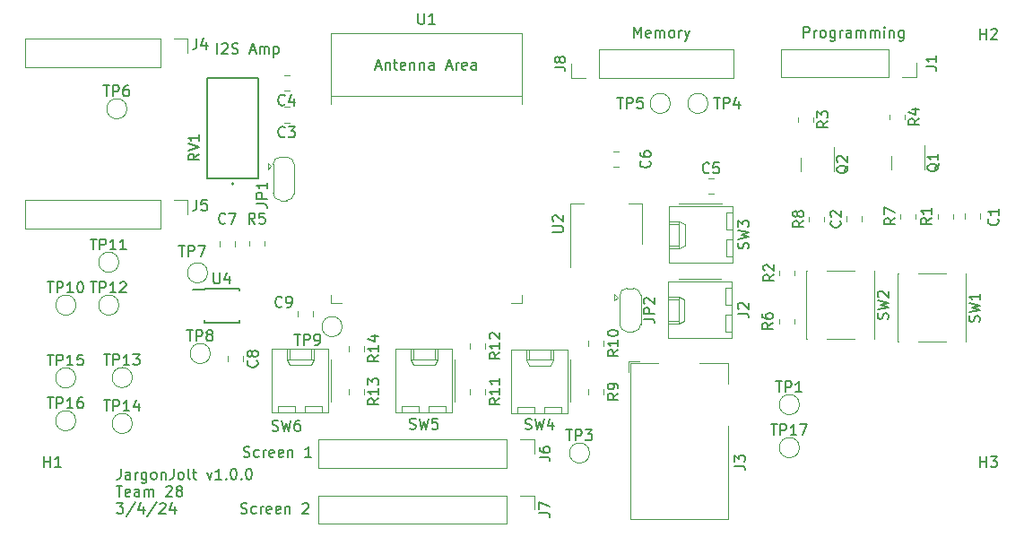
<source format=gbr>
G04 #@! TF.GenerationSoftware,KiCad,Pcbnew,7.0.10*
G04 #@! TF.CreationDate,2024-03-04T21:29:39-06:00*
G04 #@! TF.ProjectId,JargonJolt,4a617267-6f6e-44a6-9f6c-742e6b696361,rev?*
G04 #@! TF.SameCoordinates,Original*
G04 #@! TF.FileFunction,Legend,Top*
G04 #@! TF.FilePolarity,Positive*
%FSLAX46Y46*%
G04 Gerber Fmt 4.6, Leading zero omitted, Abs format (unit mm)*
G04 Created by KiCad (PCBNEW 7.0.10) date 2024-03-04 21:29:39*
%MOMM*%
%LPD*%
G01*
G04 APERTURE LIST*
%ADD10C,0.150000*%
%ADD11C,0.120000*%
%ADD12C,0.127000*%
%ADD13C,0.200000*%
G04 APERTURE END LIST*
D10*
X170770779Y-67179819D02*
X170770779Y-66179819D01*
X170770779Y-66179819D02*
X171104112Y-66894104D01*
X171104112Y-66894104D02*
X171437445Y-66179819D01*
X171437445Y-66179819D02*
X171437445Y-67179819D01*
X172294588Y-67132200D02*
X172199350Y-67179819D01*
X172199350Y-67179819D02*
X172008874Y-67179819D01*
X172008874Y-67179819D02*
X171913636Y-67132200D01*
X171913636Y-67132200D02*
X171866017Y-67036961D01*
X171866017Y-67036961D02*
X171866017Y-66656009D01*
X171866017Y-66656009D02*
X171913636Y-66560771D01*
X171913636Y-66560771D02*
X172008874Y-66513152D01*
X172008874Y-66513152D02*
X172199350Y-66513152D01*
X172199350Y-66513152D02*
X172294588Y-66560771D01*
X172294588Y-66560771D02*
X172342207Y-66656009D01*
X172342207Y-66656009D02*
X172342207Y-66751247D01*
X172342207Y-66751247D02*
X171866017Y-66846485D01*
X172770779Y-67179819D02*
X172770779Y-66513152D01*
X172770779Y-66608390D02*
X172818398Y-66560771D01*
X172818398Y-66560771D02*
X172913636Y-66513152D01*
X172913636Y-66513152D02*
X173056493Y-66513152D01*
X173056493Y-66513152D02*
X173151731Y-66560771D01*
X173151731Y-66560771D02*
X173199350Y-66656009D01*
X173199350Y-66656009D02*
X173199350Y-67179819D01*
X173199350Y-66656009D02*
X173246969Y-66560771D01*
X173246969Y-66560771D02*
X173342207Y-66513152D01*
X173342207Y-66513152D02*
X173485064Y-66513152D01*
X173485064Y-66513152D02*
X173580303Y-66560771D01*
X173580303Y-66560771D02*
X173627922Y-66656009D01*
X173627922Y-66656009D02*
X173627922Y-67179819D01*
X174246969Y-67179819D02*
X174151731Y-67132200D01*
X174151731Y-67132200D02*
X174104112Y-67084580D01*
X174104112Y-67084580D02*
X174056493Y-66989342D01*
X174056493Y-66989342D02*
X174056493Y-66703628D01*
X174056493Y-66703628D02*
X174104112Y-66608390D01*
X174104112Y-66608390D02*
X174151731Y-66560771D01*
X174151731Y-66560771D02*
X174246969Y-66513152D01*
X174246969Y-66513152D02*
X174389826Y-66513152D01*
X174389826Y-66513152D02*
X174485064Y-66560771D01*
X174485064Y-66560771D02*
X174532683Y-66608390D01*
X174532683Y-66608390D02*
X174580302Y-66703628D01*
X174580302Y-66703628D02*
X174580302Y-66989342D01*
X174580302Y-66989342D02*
X174532683Y-67084580D01*
X174532683Y-67084580D02*
X174485064Y-67132200D01*
X174485064Y-67132200D02*
X174389826Y-67179819D01*
X174389826Y-67179819D02*
X174246969Y-67179819D01*
X175008874Y-67179819D02*
X175008874Y-66513152D01*
X175008874Y-66703628D02*
X175056493Y-66608390D01*
X175056493Y-66608390D02*
X175104112Y-66560771D01*
X175104112Y-66560771D02*
X175199350Y-66513152D01*
X175199350Y-66513152D02*
X175294588Y-66513152D01*
X175532684Y-66513152D02*
X175770779Y-67179819D01*
X176008874Y-66513152D02*
X175770779Y-67179819D01*
X175770779Y-67179819D02*
X175675541Y-67417914D01*
X175675541Y-67417914D02*
X175627922Y-67465533D01*
X175627922Y-67465533D02*
X175532684Y-67513152D01*
X122288493Y-107917819D02*
X122288493Y-108632104D01*
X122288493Y-108632104D02*
X122240874Y-108774961D01*
X122240874Y-108774961D02*
X122145636Y-108870200D01*
X122145636Y-108870200D02*
X122002779Y-108917819D01*
X122002779Y-108917819D02*
X121907541Y-108917819D01*
X123193255Y-108917819D02*
X123193255Y-108394009D01*
X123193255Y-108394009D02*
X123145636Y-108298771D01*
X123145636Y-108298771D02*
X123050398Y-108251152D01*
X123050398Y-108251152D02*
X122859922Y-108251152D01*
X122859922Y-108251152D02*
X122764684Y-108298771D01*
X123193255Y-108870200D02*
X123098017Y-108917819D01*
X123098017Y-108917819D02*
X122859922Y-108917819D01*
X122859922Y-108917819D02*
X122764684Y-108870200D01*
X122764684Y-108870200D02*
X122717065Y-108774961D01*
X122717065Y-108774961D02*
X122717065Y-108679723D01*
X122717065Y-108679723D02*
X122764684Y-108584485D01*
X122764684Y-108584485D02*
X122859922Y-108536866D01*
X122859922Y-108536866D02*
X123098017Y-108536866D01*
X123098017Y-108536866D02*
X123193255Y-108489247D01*
X123669446Y-108917819D02*
X123669446Y-108251152D01*
X123669446Y-108441628D02*
X123717065Y-108346390D01*
X123717065Y-108346390D02*
X123764684Y-108298771D01*
X123764684Y-108298771D02*
X123859922Y-108251152D01*
X123859922Y-108251152D02*
X123955160Y-108251152D01*
X124717065Y-108251152D02*
X124717065Y-109060676D01*
X124717065Y-109060676D02*
X124669446Y-109155914D01*
X124669446Y-109155914D02*
X124621827Y-109203533D01*
X124621827Y-109203533D02*
X124526589Y-109251152D01*
X124526589Y-109251152D02*
X124383732Y-109251152D01*
X124383732Y-109251152D02*
X124288494Y-109203533D01*
X124717065Y-108870200D02*
X124621827Y-108917819D01*
X124621827Y-108917819D02*
X124431351Y-108917819D01*
X124431351Y-108917819D02*
X124336113Y-108870200D01*
X124336113Y-108870200D02*
X124288494Y-108822580D01*
X124288494Y-108822580D02*
X124240875Y-108727342D01*
X124240875Y-108727342D02*
X124240875Y-108441628D01*
X124240875Y-108441628D02*
X124288494Y-108346390D01*
X124288494Y-108346390D02*
X124336113Y-108298771D01*
X124336113Y-108298771D02*
X124431351Y-108251152D01*
X124431351Y-108251152D02*
X124621827Y-108251152D01*
X124621827Y-108251152D02*
X124717065Y-108298771D01*
X125336113Y-108917819D02*
X125240875Y-108870200D01*
X125240875Y-108870200D02*
X125193256Y-108822580D01*
X125193256Y-108822580D02*
X125145637Y-108727342D01*
X125145637Y-108727342D02*
X125145637Y-108441628D01*
X125145637Y-108441628D02*
X125193256Y-108346390D01*
X125193256Y-108346390D02*
X125240875Y-108298771D01*
X125240875Y-108298771D02*
X125336113Y-108251152D01*
X125336113Y-108251152D02*
X125478970Y-108251152D01*
X125478970Y-108251152D02*
X125574208Y-108298771D01*
X125574208Y-108298771D02*
X125621827Y-108346390D01*
X125621827Y-108346390D02*
X125669446Y-108441628D01*
X125669446Y-108441628D02*
X125669446Y-108727342D01*
X125669446Y-108727342D02*
X125621827Y-108822580D01*
X125621827Y-108822580D02*
X125574208Y-108870200D01*
X125574208Y-108870200D02*
X125478970Y-108917819D01*
X125478970Y-108917819D02*
X125336113Y-108917819D01*
X126098018Y-108251152D02*
X126098018Y-108917819D01*
X126098018Y-108346390D02*
X126145637Y-108298771D01*
X126145637Y-108298771D02*
X126240875Y-108251152D01*
X126240875Y-108251152D02*
X126383732Y-108251152D01*
X126383732Y-108251152D02*
X126478970Y-108298771D01*
X126478970Y-108298771D02*
X126526589Y-108394009D01*
X126526589Y-108394009D02*
X126526589Y-108917819D01*
X127288494Y-107917819D02*
X127288494Y-108632104D01*
X127288494Y-108632104D02*
X127240875Y-108774961D01*
X127240875Y-108774961D02*
X127145637Y-108870200D01*
X127145637Y-108870200D02*
X127002780Y-108917819D01*
X127002780Y-108917819D02*
X126907542Y-108917819D01*
X127907542Y-108917819D02*
X127812304Y-108870200D01*
X127812304Y-108870200D02*
X127764685Y-108822580D01*
X127764685Y-108822580D02*
X127717066Y-108727342D01*
X127717066Y-108727342D02*
X127717066Y-108441628D01*
X127717066Y-108441628D02*
X127764685Y-108346390D01*
X127764685Y-108346390D02*
X127812304Y-108298771D01*
X127812304Y-108298771D02*
X127907542Y-108251152D01*
X127907542Y-108251152D02*
X128050399Y-108251152D01*
X128050399Y-108251152D02*
X128145637Y-108298771D01*
X128145637Y-108298771D02*
X128193256Y-108346390D01*
X128193256Y-108346390D02*
X128240875Y-108441628D01*
X128240875Y-108441628D02*
X128240875Y-108727342D01*
X128240875Y-108727342D02*
X128193256Y-108822580D01*
X128193256Y-108822580D02*
X128145637Y-108870200D01*
X128145637Y-108870200D02*
X128050399Y-108917819D01*
X128050399Y-108917819D02*
X127907542Y-108917819D01*
X128812304Y-108917819D02*
X128717066Y-108870200D01*
X128717066Y-108870200D02*
X128669447Y-108774961D01*
X128669447Y-108774961D02*
X128669447Y-107917819D01*
X129050400Y-108251152D02*
X129431352Y-108251152D01*
X129193257Y-107917819D02*
X129193257Y-108774961D01*
X129193257Y-108774961D02*
X129240876Y-108870200D01*
X129240876Y-108870200D02*
X129336114Y-108917819D01*
X129336114Y-108917819D02*
X129431352Y-108917819D01*
X130431353Y-108251152D02*
X130669448Y-108917819D01*
X130669448Y-108917819D02*
X130907543Y-108251152D01*
X131812305Y-108917819D02*
X131240877Y-108917819D01*
X131526591Y-108917819D02*
X131526591Y-107917819D01*
X131526591Y-107917819D02*
X131431353Y-108060676D01*
X131431353Y-108060676D02*
X131336115Y-108155914D01*
X131336115Y-108155914D02*
X131240877Y-108203533D01*
X132240877Y-108822580D02*
X132288496Y-108870200D01*
X132288496Y-108870200D02*
X132240877Y-108917819D01*
X132240877Y-108917819D02*
X132193258Y-108870200D01*
X132193258Y-108870200D02*
X132240877Y-108822580D01*
X132240877Y-108822580D02*
X132240877Y-108917819D01*
X132907543Y-107917819D02*
X133002781Y-107917819D01*
X133002781Y-107917819D02*
X133098019Y-107965438D01*
X133098019Y-107965438D02*
X133145638Y-108013057D01*
X133145638Y-108013057D02*
X133193257Y-108108295D01*
X133193257Y-108108295D02*
X133240876Y-108298771D01*
X133240876Y-108298771D02*
X133240876Y-108536866D01*
X133240876Y-108536866D02*
X133193257Y-108727342D01*
X133193257Y-108727342D02*
X133145638Y-108822580D01*
X133145638Y-108822580D02*
X133098019Y-108870200D01*
X133098019Y-108870200D02*
X133002781Y-108917819D01*
X133002781Y-108917819D02*
X132907543Y-108917819D01*
X132907543Y-108917819D02*
X132812305Y-108870200D01*
X132812305Y-108870200D02*
X132764686Y-108822580D01*
X132764686Y-108822580D02*
X132717067Y-108727342D01*
X132717067Y-108727342D02*
X132669448Y-108536866D01*
X132669448Y-108536866D02*
X132669448Y-108298771D01*
X132669448Y-108298771D02*
X132717067Y-108108295D01*
X132717067Y-108108295D02*
X132764686Y-108013057D01*
X132764686Y-108013057D02*
X132812305Y-107965438D01*
X132812305Y-107965438D02*
X132907543Y-107917819D01*
X133669448Y-108822580D02*
X133717067Y-108870200D01*
X133717067Y-108870200D02*
X133669448Y-108917819D01*
X133669448Y-108917819D02*
X133621829Y-108870200D01*
X133621829Y-108870200D02*
X133669448Y-108822580D01*
X133669448Y-108822580D02*
X133669448Y-108917819D01*
X134336114Y-107917819D02*
X134431352Y-107917819D01*
X134431352Y-107917819D02*
X134526590Y-107965438D01*
X134526590Y-107965438D02*
X134574209Y-108013057D01*
X134574209Y-108013057D02*
X134621828Y-108108295D01*
X134621828Y-108108295D02*
X134669447Y-108298771D01*
X134669447Y-108298771D02*
X134669447Y-108536866D01*
X134669447Y-108536866D02*
X134621828Y-108727342D01*
X134621828Y-108727342D02*
X134574209Y-108822580D01*
X134574209Y-108822580D02*
X134526590Y-108870200D01*
X134526590Y-108870200D02*
X134431352Y-108917819D01*
X134431352Y-108917819D02*
X134336114Y-108917819D01*
X134336114Y-108917819D02*
X134240876Y-108870200D01*
X134240876Y-108870200D02*
X134193257Y-108822580D01*
X134193257Y-108822580D02*
X134145638Y-108727342D01*
X134145638Y-108727342D02*
X134098019Y-108536866D01*
X134098019Y-108536866D02*
X134098019Y-108298771D01*
X134098019Y-108298771D02*
X134145638Y-108108295D01*
X134145638Y-108108295D02*
X134193257Y-108013057D01*
X134193257Y-108013057D02*
X134240876Y-107965438D01*
X134240876Y-107965438D02*
X134336114Y-107917819D01*
X121859922Y-109527819D02*
X122431350Y-109527819D01*
X122145636Y-110527819D02*
X122145636Y-109527819D01*
X123145636Y-110480200D02*
X123050398Y-110527819D01*
X123050398Y-110527819D02*
X122859922Y-110527819D01*
X122859922Y-110527819D02*
X122764684Y-110480200D01*
X122764684Y-110480200D02*
X122717065Y-110384961D01*
X122717065Y-110384961D02*
X122717065Y-110004009D01*
X122717065Y-110004009D02*
X122764684Y-109908771D01*
X122764684Y-109908771D02*
X122859922Y-109861152D01*
X122859922Y-109861152D02*
X123050398Y-109861152D01*
X123050398Y-109861152D02*
X123145636Y-109908771D01*
X123145636Y-109908771D02*
X123193255Y-110004009D01*
X123193255Y-110004009D02*
X123193255Y-110099247D01*
X123193255Y-110099247D02*
X122717065Y-110194485D01*
X124050398Y-110527819D02*
X124050398Y-110004009D01*
X124050398Y-110004009D02*
X124002779Y-109908771D01*
X124002779Y-109908771D02*
X123907541Y-109861152D01*
X123907541Y-109861152D02*
X123717065Y-109861152D01*
X123717065Y-109861152D02*
X123621827Y-109908771D01*
X124050398Y-110480200D02*
X123955160Y-110527819D01*
X123955160Y-110527819D02*
X123717065Y-110527819D01*
X123717065Y-110527819D02*
X123621827Y-110480200D01*
X123621827Y-110480200D02*
X123574208Y-110384961D01*
X123574208Y-110384961D02*
X123574208Y-110289723D01*
X123574208Y-110289723D02*
X123621827Y-110194485D01*
X123621827Y-110194485D02*
X123717065Y-110146866D01*
X123717065Y-110146866D02*
X123955160Y-110146866D01*
X123955160Y-110146866D02*
X124050398Y-110099247D01*
X124526589Y-110527819D02*
X124526589Y-109861152D01*
X124526589Y-109956390D02*
X124574208Y-109908771D01*
X124574208Y-109908771D02*
X124669446Y-109861152D01*
X124669446Y-109861152D02*
X124812303Y-109861152D01*
X124812303Y-109861152D02*
X124907541Y-109908771D01*
X124907541Y-109908771D02*
X124955160Y-110004009D01*
X124955160Y-110004009D02*
X124955160Y-110527819D01*
X124955160Y-110004009D02*
X125002779Y-109908771D01*
X125002779Y-109908771D02*
X125098017Y-109861152D01*
X125098017Y-109861152D02*
X125240874Y-109861152D01*
X125240874Y-109861152D02*
X125336113Y-109908771D01*
X125336113Y-109908771D02*
X125383732Y-110004009D01*
X125383732Y-110004009D02*
X125383732Y-110527819D01*
X126574208Y-109623057D02*
X126621827Y-109575438D01*
X126621827Y-109575438D02*
X126717065Y-109527819D01*
X126717065Y-109527819D02*
X126955160Y-109527819D01*
X126955160Y-109527819D02*
X127050398Y-109575438D01*
X127050398Y-109575438D02*
X127098017Y-109623057D01*
X127098017Y-109623057D02*
X127145636Y-109718295D01*
X127145636Y-109718295D02*
X127145636Y-109813533D01*
X127145636Y-109813533D02*
X127098017Y-109956390D01*
X127098017Y-109956390D02*
X126526589Y-110527819D01*
X126526589Y-110527819D02*
X127145636Y-110527819D01*
X127717065Y-109956390D02*
X127621827Y-109908771D01*
X127621827Y-109908771D02*
X127574208Y-109861152D01*
X127574208Y-109861152D02*
X127526589Y-109765914D01*
X127526589Y-109765914D02*
X127526589Y-109718295D01*
X127526589Y-109718295D02*
X127574208Y-109623057D01*
X127574208Y-109623057D02*
X127621827Y-109575438D01*
X127621827Y-109575438D02*
X127717065Y-109527819D01*
X127717065Y-109527819D02*
X127907541Y-109527819D01*
X127907541Y-109527819D02*
X128002779Y-109575438D01*
X128002779Y-109575438D02*
X128050398Y-109623057D01*
X128050398Y-109623057D02*
X128098017Y-109718295D01*
X128098017Y-109718295D02*
X128098017Y-109765914D01*
X128098017Y-109765914D02*
X128050398Y-109861152D01*
X128050398Y-109861152D02*
X128002779Y-109908771D01*
X128002779Y-109908771D02*
X127907541Y-109956390D01*
X127907541Y-109956390D02*
X127717065Y-109956390D01*
X127717065Y-109956390D02*
X127621827Y-110004009D01*
X127621827Y-110004009D02*
X127574208Y-110051628D01*
X127574208Y-110051628D02*
X127526589Y-110146866D01*
X127526589Y-110146866D02*
X127526589Y-110337342D01*
X127526589Y-110337342D02*
X127574208Y-110432580D01*
X127574208Y-110432580D02*
X127621827Y-110480200D01*
X127621827Y-110480200D02*
X127717065Y-110527819D01*
X127717065Y-110527819D02*
X127907541Y-110527819D01*
X127907541Y-110527819D02*
X128002779Y-110480200D01*
X128002779Y-110480200D02*
X128050398Y-110432580D01*
X128050398Y-110432580D02*
X128098017Y-110337342D01*
X128098017Y-110337342D02*
X128098017Y-110146866D01*
X128098017Y-110146866D02*
X128050398Y-110051628D01*
X128050398Y-110051628D02*
X128002779Y-110004009D01*
X128002779Y-110004009D02*
X127907541Y-109956390D01*
X121907541Y-111137819D02*
X122526588Y-111137819D01*
X122526588Y-111137819D02*
X122193255Y-111518771D01*
X122193255Y-111518771D02*
X122336112Y-111518771D01*
X122336112Y-111518771D02*
X122431350Y-111566390D01*
X122431350Y-111566390D02*
X122478969Y-111614009D01*
X122478969Y-111614009D02*
X122526588Y-111709247D01*
X122526588Y-111709247D02*
X122526588Y-111947342D01*
X122526588Y-111947342D02*
X122478969Y-112042580D01*
X122478969Y-112042580D02*
X122431350Y-112090200D01*
X122431350Y-112090200D02*
X122336112Y-112137819D01*
X122336112Y-112137819D02*
X122050398Y-112137819D01*
X122050398Y-112137819D02*
X121955160Y-112090200D01*
X121955160Y-112090200D02*
X121907541Y-112042580D01*
X123669445Y-111090200D02*
X122812303Y-112375914D01*
X124431350Y-111471152D02*
X124431350Y-112137819D01*
X124193255Y-111090200D02*
X123955160Y-111804485D01*
X123955160Y-111804485D02*
X124574207Y-111804485D01*
X125669445Y-111090200D02*
X124812303Y-112375914D01*
X125955160Y-111233057D02*
X126002779Y-111185438D01*
X126002779Y-111185438D02*
X126098017Y-111137819D01*
X126098017Y-111137819D02*
X126336112Y-111137819D01*
X126336112Y-111137819D02*
X126431350Y-111185438D01*
X126431350Y-111185438D02*
X126478969Y-111233057D01*
X126478969Y-111233057D02*
X126526588Y-111328295D01*
X126526588Y-111328295D02*
X126526588Y-111423533D01*
X126526588Y-111423533D02*
X126478969Y-111566390D01*
X126478969Y-111566390D02*
X125907541Y-112137819D01*
X125907541Y-112137819D02*
X126526588Y-112137819D01*
X127383731Y-111471152D02*
X127383731Y-112137819D01*
X127145636Y-111090200D02*
X126907541Y-111804485D01*
X126907541Y-111804485D02*
X127526588Y-111804485D01*
X186772779Y-67179819D02*
X186772779Y-66179819D01*
X186772779Y-66179819D02*
X187153731Y-66179819D01*
X187153731Y-66179819D02*
X187248969Y-66227438D01*
X187248969Y-66227438D02*
X187296588Y-66275057D01*
X187296588Y-66275057D02*
X187344207Y-66370295D01*
X187344207Y-66370295D02*
X187344207Y-66513152D01*
X187344207Y-66513152D02*
X187296588Y-66608390D01*
X187296588Y-66608390D02*
X187248969Y-66656009D01*
X187248969Y-66656009D02*
X187153731Y-66703628D01*
X187153731Y-66703628D02*
X186772779Y-66703628D01*
X187772779Y-67179819D02*
X187772779Y-66513152D01*
X187772779Y-66703628D02*
X187820398Y-66608390D01*
X187820398Y-66608390D02*
X187868017Y-66560771D01*
X187868017Y-66560771D02*
X187963255Y-66513152D01*
X187963255Y-66513152D02*
X188058493Y-66513152D01*
X188534684Y-67179819D02*
X188439446Y-67132200D01*
X188439446Y-67132200D02*
X188391827Y-67084580D01*
X188391827Y-67084580D02*
X188344208Y-66989342D01*
X188344208Y-66989342D02*
X188344208Y-66703628D01*
X188344208Y-66703628D02*
X188391827Y-66608390D01*
X188391827Y-66608390D02*
X188439446Y-66560771D01*
X188439446Y-66560771D02*
X188534684Y-66513152D01*
X188534684Y-66513152D02*
X188677541Y-66513152D01*
X188677541Y-66513152D02*
X188772779Y-66560771D01*
X188772779Y-66560771D02*
X188820398Y-66608390D01*
X188820398Y-66608390D02*
X188868017Y-66703628D01*
X188868017Y-66703628D02*
X188868017Y-66989342D01*
X188868017Y-66989342D02*
X188820398Y-67084580D01*
X188820398Y-67084580D02*
X188772779Y-67132200D01*
X188772779Y-67132200D02*
X188677541Y-67179819D01*
X188677541Y-67179819D02*
X188534684Y-67179819D01*
X189725160Y-66513152D02*
X189725160Y-67322676D01*
X189725160Y-67322676D02*
X189677541Y-67417914D01*
X189677541Y-67417914D02*
X189629922Y-67465533D01*
X189629922Y-67465533D02*
X189534684Y-67513152D01*
X189534684Y-67513152D02*
X189391827Y-67513152D01*
X189391827Y-67513152D02*
X189296589Y-67465533D01*
X189725160Y-67132200D02*
X189629922Y-67179819D01*
X189629922Y-67179819D02*
X189439446Y-67179819D01*
X189439446Y-67179819D02*
X189344208Y-67132200D01*
X189344208Y-67132200D02*
X189296589Y-67084580D01*
X189296589Y-67084580D02*
X189248970Y-66989342D01*
X189248970Y-66989342D02*
X189248970Y-66703628D01*
X189248970Y-66703628D02*
X189296589Y-66608390D01*
X189296589Y-66608390D02*
X189344208Y-66560771D01*
X189344208Y-66560771D02*
X189439446Y-66513152D01*
X189439446Y-66513152D02*
X189629922Y-66513152D01*
X189629922Y-66513152D02*
X189725160Y-66560771D01*
X190201351Y-67179819D02*
X190201351Y-66513152D01*
X190201351Y-66703628D02*
X190248970Y-66608390D01*
X190248970Y-66608390D02*
X190296589Y-66560771D01*
X190296589Y-66560771D02*
X190391827Y-66513152D01*
X190391827Y-66513152D02*
X190487065Y-66513152D01*
X191248970Y-67179819D02*
X191248970Y-66656009D01*
X191248970Y-66656009D02*
X191201351Y-66560771D01*
X191201351Y-66560771D02*
X191106113Y-66513152D01*
X191106113Y-66513152D02*
X190915637Y-66513152D01*
X190915637Y-66513152D02*
X190820399Y-66560771D01*
X191248970Y-67132200D02*
X191153732Y-67179819D01*
X191153732Y-67179819D02*
X190915637Y-67179819D01*
X190915637Y-67179819D02*
X190820399Y-67132200D01*
X190820399Y-67132200D02*
X190772780Y-67036961D01*
X190772780Y-67036961D02*
X190772780Y-66941723D01*
X190772780Y-66941723D02*
X190820399Y-66846485D01*
X190820399Y-66846485D02*
X190915637Y-66798866D01*
X190915637Y-66798866D02*
X191153732Y-66798866D01*
X191153732Y-66798866D02*
X191248970Y-66751247D01*
X191725161Y-67179819D02*
X191725161Y-66513152D01*
X191725161Y-66608390D02*
X191772780Y-66560771D01*
X191772780Y-66560771D02*
X191868018Y-66513152D01*
X191868018Y-66513152D02*
X192010875Y-66513152D01*
X192010875Y-66513152D02*
X192106113Y-66560771D01*
X192106113Y-66560771D02*
X192153732Y-66656009D01*
X192153732Y-66656009D02*
X192153732Y-67179819D01*
X192153732Y-66656009D02*
X192201351Y-66560771D01*
X192201351Y-66560771D02*
X192296589Y-66513152D01*
X192296589Y-66513152D02*
X192439446Y-66513152D01*
X192439446Y-66513152D02*
X192534685Y-66560771D01*
X192534685Y-66560771D02*
X192582304Y-66656009D01*
X192582304Y-66656009D02*
X192582304Y-67179819D01*
X193058494Y-67179819D02*
X193058494Y-66513152D01*
X193058494Y-66608390D02*
X193106113Y-66560771D01*
X193106113Y-66560771D02*
X193201351Y-66513152D01*
X193201351Y-66513152D02*
X193344208Y-66513152D01*
X193344208Y-66513152D02*
X193439446Y-66560771D01*
X193439446Y-66560771D02*
X193487065Y-66656009D01*
X193487065Y-66656009D02*
X193487065Y-67179819D01*
X193487065Y-66656009D02*
X193534684Y-66560771D01*
X193534684Y-66560771D02*
X193629922Y-66513152D01*
X193629922Y-66513152D02*
X193772779Y-66513152D01*
X193772779Y-66513152D02*
X193868018Y-66560771D01*
X193868018Y-66560771D02*
X193915637Y-66656009D01*
X193915637Y-66656009D02*
X193915637Y-67179819D01*
X194391827Y-67179819D02*
X194391827Y-66513152D01*
X194391827Y-66179819D02*
X194344208Y-66227438D01*
X194344208Y-66227438D02*
X194391827Y-66275057D01*
X194391827Y-66275057D02*
X194439446Y-66227438D01*
X194439446Y-66227438D02*
X194391827Y-66179819D01*
X194391827Y-66179819D02*
X194391827Y-66275057D01*
X194868017Y-66513152D02*
X194868017Y-67179819D01*
X194868017Y-66608390D02*
X194915636Y-66560771D01*
X194915636Y-66560771D02*
X195010874Y-66513152D01*
X195010874Y-66513152D02*
X195153731Y-66513152D01*
X195153731Y-66513152D02*
X195248969Y-66560771D01*
X195248969Y-66560771D02*
X195296588Y-66656009D01*
X195296588Y-66656009D02*
X195296588Y-67179819D01*
X196201350Y-66513152D02*
X196201350Y-67322676D01*
X196201350Y-67322676D02*
X196153731Y-67417914D01*
X196153731Y-67417914D02*
X196106112Y-67465533D01*
X196106112Y-67465533D02*
X196010874Y-67513152D01*
X196010874Y-67513152D02*
X195868017Y-67513152D01*
X195868017Y-67513152D02*
X195772779Y-67465533D01*
X196201350Y-67132200D02*
X196106112Y-67179819D01*
X196106112Y-67179819D02*
X195915636Y-67179819D01*
X195915636Y-67179819D02*
X195820398Y-67132200D01*
X195820398Y-67132200D02*
X195772779Y-67084580D01*
X195772779Y-67084580D02*
X195725160Y-66989342D01*
X195725160Y-66989342D02*
X195725160Y-66703628D01*
X195725160Y-66703628D02*
X195772779Y-66608390D01*
X195772779Y-66608390D02*
X195820398Y-66560771D01*
X195820398Y-66560771D02*
X195915636Y-66513152D01*
X195915636Y-66513152D02*
X196106112Y-66513152D01*
X196106112Y-66513152D02*
X196201350Y-66560771D01*
X131400779Y-68703819D02*
X131400779Y-67703819D01*
X131829350Y-67799057D02*
X131876969Y-67751438D01*
X131876969Y-67751438D02*
X131972207Y-67703819D01*
X131972207Y-67703819D02*
X132210302Y-67703819D01*
X132210302Y-67703819D02*
X132305540Y-67751438D01*
X132305540Y-67751438D02*
X132353159Y-67799057D01*
X132353159Y-67799057D02*
X132400778Y-67894295D01*
X132400778Y-67894295D02*
X132400778Y-67989533D01*
X132400778Y-67989533D02*
X132353159Y-68132390D01*
X132353159Y-68132390D02*
X131781731Y-68703819D01*
X131781731Y-68703819D02*
X132400778Y-68703819D01*
X132781731Y-68656200D02*
X132924588Y-68703819D01*
X132924588Y-68703819D02*
X133162683Y-68703819D01*
X133162683Y-68703819D02*
X133257921Y-68656200D01*
X133257921Y-68656200D02*
X133305540Y-68608580D01*
X133305540Y-68608580D02*
X133353159Y-68513342D01*
X133353159Y-68513342D02*
X133353159Y-68418104D01*
X133353159Y-68418104D02*
X133305540Y-68322866D01*
X133305540Y-68322866D02*
X133257921Y-68275247D01*
X133257921Y-68275247D02*
X133162683Y-68227628D01*
X133162683Y-68227628D02*
X132972207Y-68180009D01*
X132972207Y-68180009D02*
X132876969Y-68132390D01*
X132876969Y-68132390D02*
X132829350Y-68084771D01*
X132829350Y-68084771D02*
X132781731Y-67989533D01*
X132781731Y-67989533D02*
X132781731Y-67894295D01*
X132781731Y-67894295D02*
X132829350Y-67799057D01*
X132829350Y-67799057D02*
X132876969Y-67751438D01*
X132876969Y-67751438D02*
X132972207Y-67703819D01*
X132972207Y-67703819D02*
X133210302Y-67703819D01*
X133210302Y-67703819D02*
X133353159Y-67751438D01*
X134496017Y-68418104D02*
X134972207Y-68418104D01*
X134400779Y-68703819D02*
X134734112Y-67703819D01*
X134734112Y-67703819D02*
X135067445Y-68703819D01*
X135400779Y-68703819D02*
X135400779Y-68037152D01*
X135400779Y-68132390D02*
X135448398Y-68084771D01*
X135448398Y-68084771D02*
X135543636Y-68037152D01*
X135543636Y-68037152D02*
X135686493Y-68037152D01*
X135686493Y-68037152D02*
X135781731Y-68084771D01*
X135781731Y-68084771D02*
X135829350Y-68180009D01*
X135829350Y-68180009D02*
X135829350Y-68703819D01*
X135829350Y-68180009D02*
X135876969Y-68084771D01*
X135876969Y-68084771D02*
X135972207Y-68037152D01*
X135972207Y-68037152D02*
X136115064Y-68037152D01*
X136115064Y-68037152D02*
X136210303Y-68084771D01*
X136210303Y-68084771D02*
X136257922Y-68180009D01*
X136257922Y-68180009D02*
X136257922Y-68703819D01*
X136734112Y-68037152D02*
X136734112Y-69037152D01*
X136734112Y-68084771D02*
X136829350Y-68037152D01*
X136829350Y-68037152D02*
X137019826Y-68037152D01*
X137019826Y-68037152D02*
X137115064Y-68084771D01*
X137115064Y-68084771D02*
X137162683Y-68132390D01*
X137162683Y-68132390D02*
X137210302Y-68227628D01*
X137210302Y-68227628D02*
X137210302Y-68513342D01*
X137210302Y-68513342D02*
X137162683Y-68608580D01*
X137162683Y-68608580D02*
X137115064Y-68656200D01*
X137115064Y-68656200D02*
X137019826Y-68703819D01*
X137019826Y-68703819D02*
X136829350Y-68703819D01*
X136829350Y-68703819D02*
X136734112Y-68656200D01*
X133893160Y-106756200D02*
X134036017Y-106803819D01*
X134036017Y-106803819D02*
X134274112Y-106803819D01*
X134274112Y-106803819D02*
X134369350Y-106756200D01*
X134369350Y-106756200D02*
X134416969Y-106708580D01*
X134416969Y-106708580D02*
X134464588Y-106613342D01*
X134464588Y-106613342D02*
X134464588Y-106518104D01*
X134464588Y-106518104D02*
X134416969Y-106422866D01*
X134416969Y-106422866D02*
X134369350Y-106375247D01*
X134369350Y-106375247D02*
X134274112Y-106327628D01*
X134274112Y-106327628D02*
X134083636Y-106280009D01*
X134083636Y-106280009D02*
X133988398Y-106232390D01*
X133988398Y-106232390D02*
X133940779Y-106184771D01*
X133940779Y-106184771D02*
X133893160Y-106089533D01*
X133893160Y-106089533D02*
X133893160Y-105994295D01*
X133893160Y-105994295D02*
X133940779Y-105899057D01*
X133940779Y-105899057D02*
X133988398Y-105851438D01*
X133988398Y-105851438D02*
X134083636Y-105803819D01*
X134083636Y-105803819D02*
X134321731Y-105803819D01*
X134321731Y-105803819D02*
X134464588Y-105851438D01*
X135321731Y-106756200D02*
X135226493Y-106803819D01*
X135226493Y-106803819D02*
X135036017Y-106803819D01*
X135036017Y-106803819D02*
X134940779Y-106756200D01*
X134940779Y-106756200D02*
X134893160Y-106708580D01*
X134893160Y-106708580D02*
X134845541Y-106613342D01*
X134845541Y-106613342D02*
X134845541Y-106327628D01*
X134845541Y-106327628D02*
X134893160Y-106232390D01*
X134893160Y-106232390D02*
X134940779Y-106184771D01*
X134940779Y-106184771D02*
X135036017Y-106137152D01*
X135036017Y-106137152D02*
X135226493Y-106137152D01*
X135226493Y-106137152D02*
X135321731Y-106184771D01*
X135750303Y-106803819D02*
X135750303Y-106137152D01*
X135750303Y-106327628D02*
X135797922Y-106232390D01*
X135797922Y-106232390D02*
X135845541Y-106184771D01*
X135845541Y-106184771D02*
X135940779Y-106137152D01*
X135940779Y-106137152D02*
X136036017Y-106137152D01*
X136750303Y-106756200D02*
X136655065Y-106803819D01*
X136655065Y-106803819D02*
X136464589Y-106803819D01*
X136464589Y-106803819D02*
X136369351Y-106756200D01*
X136369351Y-106756200D02*
X136321732Y-106660961D01*
X136321732Y-106660961D02*
X136321732Y-106280009D01*
X136321732Y-106280009D02*
X136369351Y-106184771D01*
X136369351Y-106184771D02*
X136464589Y-106137152D01*
X136464589Y-106137152D02*
X136655065Y-106137152D01*
X136655065Y-106137152D02*
X136750303Y-106184771D01*
X136750303Y-106184771D02*
X136797922Y-106280009D01*
X136797922Y-106280009D02*
X136797922Y-106375247D01*
X136797922Y-106375247D02*
X136321732Y-106470485D01*
X137607446Y-106756200D02*
X137512208Y-106803819D01*
X137512208Y-106803819D02*
X137321732Y-106803819D01*
X137321732Y-106803819D02*
X137226494Y-106756200D01*
X137226494Y-106756200D02*
X137178875Y-106660961D01*
X137178875Y-106660961D02*
X137178875Y-106280009D01*
X137178875Y-106280009D02*
X137226494Y-106184771D01*
X137226494Y-106184771D02*
X137321732Y-106137152D01*
X137321732Y-106137152D02*
X137512208Y-106137152D01*
X137512208Y-106137152D02*
X137607446Y-106184771D01*
X137607446Y-106184771D02*
X137655065Y-106280009D01*
X137655065Y-106280009D02*
X137655065Y-106375247D01*
X137655065Y-106375247D02*
X137178875Y-106470485D01*
X138083637Y-106137152D02*
X138083637Y-106803819D01*
X138083637Y-106232390D02*
X138131256Y-106184771D01*
X138131256Y-106184771D02*
X138226494Y-106137152D01*
X138226494Y-106137152D02*
X138369351Y-106137152D01*
X138369351Y-106137152D02*
X138464589Y-106184771D01*
X138464589Y-106184771D02*
X138512208Y-106280009D01*
X138512208Y-106280009D02*
X138512208Y-106803819D01*
X140274113Y-106803819D02*
X139702685Y-106803819D01*
X139988399Y-106803819D02*
X139988399Y-105803819D01*
X139988399Y-105803819D02*
X139893161Y-105946676D01*
X139893161Y-105946676D02*
X139797923Y-106041914D01*
X139797923Y-106041914D02*
X139702685Y-106089533D01*
X133639160Y-112090200D02*
X133782017Y-112137819D01*
X133782017Y-112137819D02*
X134020112Y-112137819D01*
X134020112Y-112137819D02*
X134115350Y-112090200D01*
X134115350Y-112090200D02*
X134162969Y-112042580D01*
X134162969Y-112042580D02*
X134210588Y-111947342D01*
X134210588Y-111947342D02*
X134210588Y-111852104D01*
X134210588Y-111852104D02*
X134162969Y-111756866D01*
X134162969Y-111756866D02*
X134115350Y-111709247D01*
X134115350Y-111709247D02*
X134020112Y-111661628D01*
X134020112Y-111661628D02*
X133829636Y-111614009D01*
X133829636Y-111614009D02*
X133734398Y-111566390D01*
X133734398Y-111566390D02*
X133686779Y-111518771D01*
X133686779Y-111518771D02*
X133639160Y-111423533D01*
X133639160Y-111423533D02*
X133639160Y-111328295D01*
X133639160Y-111328295D02*
X133686779Y-111233057D01*
X133686779Y-111233057D02*
X133734398Y-111185438D01*
X133734398Y-111185438D02*
X133829636Y-111137819D01*
X133829636Y-111137819D02*
X134067731Y-111137819D01*
X134067731Y-111137819D02*
X134210588Y-111185438D01*
X135067731Y-112090200D02*
X134972493Y-112137819D01*
X134972493Y-112137819D02*
X134782017Y-112137819D01*
X134782017Y-112137819D02*
X134686779Y-112090200D01*
X134686779Y-112090200D02*
X134639160Y-112042580D01*
X134639160Y-112042580D02*
X134591541Y-111947342D01*
X134591541Y-111947342D02*
X134591541Y-111661628D01*
X134591541Y-111661628D02*
X134639160Y-111566390D01*
X134639160Y-111566390D02*
X134686779Y-111518771D01*
X134686779Y-111518771D02*
X134782017Y-111471152D01*
X134782017Y-111471152D02*
X134972493Y-111471152D01*
X134972493Y-111471152D02*
X135067731Y-111518771D01*
X135496303Y-112137819D02*
X135496303Y-111471152D01*
X135496303Y-111661628D02*
X135543922Y-111566390D01*
X135543922Y-111566390D02*
X135591541Y-111518771D01*
X135591541Y-111518771D02*
X135686779Y-111471152D01*
X135686779Y-111471152D02*
X135782017Y-111471152D01*
X136496303Y-112090200D02*
X136401065Y-112137819D01*
X136401065Y-112137819D02*
X136210589Y-112137819D01*
X136210589Y-112137819D02*
X136115351Y-112090200D01*
X136115351Y-112090200D02*
X136067732Y-111994961D01*
X136067732Y-111994961D02*
X136067732Y-111614009D01*
X136067732Y-111614009D02*
X136115351Y-111518771D01*
X136115351Y-111518771D02*
X136210589Y-111471152D01*
X136210589Y-111471152D02*
X136401065Y-111471152D01*
X136401065Y-111471152D02*
X136496303Y-111518771D01*
X136496303Y-111518771D02*
X136543922Y-111614009D01*
X136543922Y-111614009D02*
X136543922Y-111709247D01*
X136543922Y-111709247D02*
X136067732Y-111804485D01*
X137353446Y-112090200D02*
X137258208Y-112137819D01*
X137258208Y-112137819D02*
X137067732Y-112137819D01*
X137067732Y-112137819D02*
X136972494Y-112090200D01*
X136972494Y-112090200D02*
X136924875Y-111994961D01*
X136924875Y-111994961D02*
X136924875Y-111614009D01*
X136924875Y-111614009D02*
X136972494Y-111518771D01*
X136972494Y-111518771D02*
X137067732Y-111471152D01*
X137067732Y-111471152D02*
X137258208Y-111471152D01*
X137258208Y-111471152D02*
X137353446Y-111518771D01*
X137353446Y-111518771D02*
X137401065Y-111614009D01*
X137401065Y-111614009D02*
X137401065Y-111709247D01*
X137401065Y-111709247D02*
X136924875Y-111804485D01*
X137829637Y-111471152D02*
X137829637Y-112137819D01*
X137829637Y-111566390D02*
X137877256Y-111518771D01*
X137877256Y-111518771D02*
X137972494Y-111471152D01*
X137972494Y-111471152D02*
X138115351Y-111471152D01*
X138115351Y-111471152D02*
X138210589Y-111518771D01*
X138210589Y-111518771D02*
X138258208Y-111614009D01*
X138258208Y-111614009D02*
X138258208Y-112137819D01*
X139448685Y-111233057D02*
X139496304Y-111185438D01*
X139496304Y-111185438D02*
X139591542Y-111137819D01*
X139591542Y-111137819D02*
X139829637Y-111137819D01*
X139829637Y-111137819D02*
X139924875Y-111185438D01*
X139924875Y-111185438D02*
X139972494Y-111233057D01*
X139972494Y-111233057D02*
X140020113Y-111328295D01*
X140020113Y-111328295D02*
X140020113Y-111423533D01*
X140020113Y-111423533D02*
X139972494Y-111566390D01*
X139972494Y-111566390D02*
X139401066Y-112137819D01*
X139401066Y-112137819D02*
X140020113Y-112137819D01*
X119419905Y-86212819D02*
X119991333Y-86212819D01*
X119705619Y-87212819D02*
X119705619Y-86212819D01*
X120324667Y-87212819D02*
X120324667Y-86212819D01*
X120324667Y-86212819D02*
X120705619Y-86212819D01*
X120705619Y-86212819D02*
X120800857Y-86260438D01*
X120800857Y-86260438D02*
X120848476Y-86308057D01*
X120848476Y-86308057D02*
X120896095Y-86403295D01*
X120896095Y-86403295D02*
X120896095Y-86546152D01*
X120896095Y-86546152D02*
X120848476Y-86641390D01*
X120848476Y-86641390D02*
X120800857Y-86689009D01*
X120800857Y-86689009D02*
X120705619Y-86736628D01*
X120705619Y-86736628D02*
X120324667Y-86736628D01*
X121848476Y-87212819D02*
X121277048Y-87212819D01*
X121562762Y-87212819D02*
X121562762Y-86212819D01*
X121562762Y-86212819D02*
X121467524Y-86355676D01*
X121467524Y-86355676D02*
X121372286Y-86450914D01*
X121372286Y-86450914D02*
X121277048Y-86498533D01*
X122800857Y-87212819D02*
X122229429Y-87212819D01*
X122515143Y-87212819D02*
X122515143Y-86212819D01*
X122515143Y-86212819D02*
X122419905Y-86355676D01*
X122419905Y-86355676D02*
X122324667Y-86450914D01*
X122324667Y-86450914D02*
X122229429Y-86498533D01*
X158084819Y-101274857D02*
X157608628Y-101608190D01*
X158084819Y-101846285D02*
X157084819Y-101846285D01*
X157084819Y-101846285D02*
X157084819Y-101465333D01*
X157084819Y-101465333D02*
X157132438Y-101370095D01*
X157132438Y-101370095D02*
X157180057Y-101322476D01*
X157180057Y-101322476D02*
X157275295Y-101274857D01*
X157275295Y-101274857D02*
X157418152Y-101274857D01*
X157418152Y-101274857D02*
X157513390Y-101322476D01*
X157513390Y-101322476D02*
X157561009Y-101370095D01*
X157561009Y-101370095D02*
X157608628Y-101465333D01*
X157608628Y-101465333D02*
X157608628Y-101846285D01*
X158084819Y-100322476D02*
X158084819Y-100893904D01*
X158084819Y-100608190D02*
X157084819Y-100608190D01*
X157084819Y-100608190D02*
X157227676Y-100703428D01*
X157227676Y-100703428D02*
X157322914Y-100798666D01*
X157322914Y-100798666D02*
X157370533Y-100893904D01*
X158084819Y-99370095D02*
X158084819Y-99941523D01*
X158084819Y-99655809D02*
X157084819Y-99655809D01*
X157084819Y-99655809D02*
X157227676Y-99751047D01*
X157227676Y-99751047D02*
X157322914Y-99846285D01*
X157322914Y-99846285D02*
X157370533Y-99941523D01*
X115062095Y-107744819D02*
X115062095Y-106744819D01*
X115062095Y-107221009D02*
X115633523Y-107221009D01*
X115633523Y-107744819D02*
X115633523Y-106744819D01*
X116633523Y-107744819D02*
X116062095Y-107744819D01*
X116347809Y-107744819D02*
X116347809Y-106744819D01*
X116347809Y-106744819D02*
X116252571Y-106887676D01*
X116252571Y-106887676D02*
X116157333Y-106982914D01*
X116157333Y-106982914D02*
X116062095Y-107030533D01*
X127770095Y-86830819D02*
X128341523Y-86830819D01*
X128055809Y-87830819D02*
X128055809Y-86830819D01*
X128674857Y-87830819D02*
X128674857Y-86830819D01*
X128674857Y-86830819D02*
X129055809Y-86830819D01*
X129055809Y-86830819D02*
X129151047Y-86878438D01*
X129151047Y-86878438D02*
X129198666Y-86926057D01*
X129198666Y-86926057D02*
X129246285Y-87021295D01*
X129246285Y-87021295D02*
X129246285Y-87164152D01*
X129246285Y-87164152D02*
X129198666Y-87259390D01*
X129198666Y-87259390D02*
X129151047Y-87307009D01*
X129151047Y-87307009D02*
X129055809Y-87354628D01*
X129055809Y-87354628D02*
X128674857Y-87354628D01*
X129579619Y-86830819D02*
X130246285Y-86830819D01*
X130246285Y-86830819D02*
X129817714Y-87830819D01*
X115369905Y-90262819D02*
X115941333Y-90262819D01*
X115655619Y-91262819D02*
X115655619Y-90262819D01*
X116274667Y-91262819D02*
X116274667Y-90262819D01*
X116274667Y-90262819D02*
X116655619Y-90262819D01*
X116655619Y-90262819D02*
X116750857Y-90310438D01*
X116750857Y-90310438D02*
X116798476Y-90358057D01*
X116798476Y-90358057D02*
X116846095Y-90453295D01*
X116846095Y-90453295D02*
X116846095Y-90596152D01*
X116846095Y-90596152D02*
X116798476Y-90691390D01*
X116798476Y-90691390D02*
X116750857Y-90739009D01*
X116750857Y-90739009D02*
X116655619Y-90786628D01*
X116655619Y-90786628D02*
X116274667Y-90786628D01*
X117798476Y-91262819D02*
X117227048Y-91262819D01*
X117512762Y-91262819D02*
X117512762Y-90262819D01*
X117512762Y-90262819D02*
X117417524Y-90405676D01*
X117417524Y-90405676D02*
X117322286Y-90500914D01*
X117322286Y-90500914D02*
X117227048Y-90548533D01*
X118417524Y-90262819D02*
X118512762Y-90262819D01*
X118512762Y-90262819D02*
X118608000Y-90310438D01*
X118608000Y-90310438D02*
X118655619Y-90358057D01*
X118655619Y-90358057D02*
X118703238Y-90453295D01*
X118703238Y-90453295D02*
X118750857Y-90643771D01*
X118750857Y-90643771D02*
X118750857Y-90881866D01*
X118750857Y-90881866D02*
X118703238Y-91072342D01*
X118703238Y-91072342D02*
X118655619Y-91167580D01*
X118655619Y-91167580D02*
X118608000Y-91215200D01*
X118608000Y-91215200D02*
X118512762Y-91262819D01*
X118512762Y-91262819D02*
X118417524Y-91262819D01*
X118417524Y-91262819D02*
X118322286Y-91215200D01*
X118322286Y-91215200D02*
X118274667Y-91167580D01*
X118274667Y-91167580D02*
X118227048Y-91072342D01*
X118227048Y-91072342D02*
X118179429Y-90881866D01*
X118179429Y-90881866D02*
X118179429Y-90643771D01*
X118179429Y-90643771D02*
X118227048Y-90453295D01*
X118227048Y-90453295D02*
X118274667Y-90358057D01*
X118274667Y-90358057D02*
X118322286Y-90310438D01*
X118322286Y-90310438D02*
X118417524Y-90262819D01*
X164346095Y-104232819D02*
X164917523Y-104232819D01*
X164631809Y-105232819D02*
X164631809Y-104232819D01*
X165250857Y-105232819D02*
X165250857Y-104232819D01*
X165250857Y-104232819D02*
X165631809Y-104232819D01*
X165631809Y-104232819D02*
X165727047Y-104280438D01*
X165727047Y-104280438D02*
X165774666Y-104328057D01*
X165774666Y-104328057D02*
X165822285Y-104423295D01*
X165822285Y-104423295D02*
X165822285Y-104566152D01*
X165822285Y-104566152D02*
X165774666Y-104661390D01*
X165774666Y-104661390D02*
X165727047Y-104709009D01*
X165727047Y-104709009D02*
X165631809Y-104756628D01*
X165631809Y-104756628D02*
X165250857Y-104756628D01*
X166155619Y-104232819D02*
X166774666Y-104232819D01*
X166774666Y-104232819D02*
X166441333Y-104613771D01*
X166441333Y-104613771D02*
X166584190Y-104613771D01*
X166584190Y-104613771D02*
X166679428Y-104661390D01*
X166679428Y-104661390D02*
X166727047Y-104709009D01*
X166727047Y-104709009D02*
X166774666Y-104804247D01*
X166774666Y-104804247D02*
X166774666Y-105042342D01*
X166774666Y-105042342D02*
X166727047Y-105137580D01*
X166727047Y-105137580D02*
X166679428Y-105185200D01*
X166679428Y-105185200D02*
X166584190Y-105232819D01*
X166584190Y-105232819D02*
X166298476Y-105232819D01*
X166298476Y-105232819D02*
X166203238Y-105185200D01*
X166203238Y-105185200D02*
X166155619Y-105137580D01*
X132167333Y-84687580D02*
X132119714Y-84735200D01*
X132119714Y-84735200D02*
X131976857Y-84782819D01*
X131976857Y-84782819D02*
X131881619Y-84782819D01*
X131881619Y-84782819D02*
X131738762Y-84735200D01*
X131738762Y-84735200D02*
X131643524Y-84639961D01*
X131643524Y-84639961D02*
X131595905Y-84544723D01*
X131595905Y-84544723D02*
X131548286Y-84354247D01*
X131548286Y-84354247D02*
X131548286Y-84211390D01*
X131548286Y-84211390D02*
X131595905Y-84020914D01*
X131595905Y-84020914D02*
X131643524Y-83925676D01*
X131643524Y-83925676D02*
X131738762Y-83830438D01*
X131738762Y-83830438D02*
X131881619Y-83782819D01*
X131881619Y-83782819D02*
X131976857Y-83782819D01*
X131976857Y-83782819D02*
X132119714Y-83830438D01*
X132119714Y-83830438D02*
X132167333Y-83878057D01*
X132500667Y-83782819D02*
X133167333Y-83782819D01*
X133167333Y-83782819D02*
X132738762Y-84782819D01*
X120689905Y-101438819D02*
X121261333Y-101438819D01*
X120975619Y-102438819D02*
X120975619Y-101438819D01*
X121594667Y-102438819D02*
X121594667Y-101438819D01*
X121594667Y-101438819D02*
X121975619Y-101438819D01*
X121975619Y-101438819D02*
X122070857Y-101486438D01*
X122070857Y-101486438D02*
X122118476Y-101534057D01*
X122118476Y-101534057D02*
X122166095Y-101629295D01*
X122166095Y-101629295D02*
X122166095Y-101772152D01*
X122166095Y-101772152D02*
X122118476Y-101867390D01*
X122118476Y-101867390D02*
X122070857Y-101915009D01*
X122070857Y-101915009D02*
X121975619Y-101962628D01*
X121975619Y-101962628D02*
X121594667Y-101962628D01*
X123118476Y-102438819D02*
X122547048Y-102438819D01*
X122832762Y-102438819D02*
X122832762Y-101438819D01*
X122832762Y-101438819D02*
X122737524Y-101581676D01*
X122737524Y-101581676D02*
X122642286Y-101676914D01*
X122642286Y-101676914D02*
X122547048Y-101724533D01*
X123975619Y-101772152D02*
X123975619Y-102438819D01*
X123737524Y-101391200D02*
X123499429Y-102105485D01*
X123499429Y-102105485D02*
X124118476Y-102105485D01*
X171654319Y-93749333D02*
X172368604Y-93749333D01*
X172368604Y-93749333D02*
X172511461Y-93796952D01*
X172511461Y-93796952D02*
X172606700Y-93892190D01*
X172606700Y-93892190D02*
X172654319Y-94035047D01*
X172654319Y-94035047D02*
X172654319Y-94130285D01*
X172654319Y-93273142D02*
X171654319Y-93273142D01*
X171654319Y-93273142D02*
X171654319Y-92892190D01*
X171654319Y-92892190D02*
X171701938Y-92796952D01*
X171701938Y-92796952D02*
X171749557Y-92749333D01*
X171749557Y-92749333D02*
X171844795Y-92701714D01*
X171844795Y-92701714D02*
X171987652Y-92701714D01*
X171987652Y-92701714D02*
X172082890Y-92749333D01*
X172082890Y-92749333D02*
X172130509Y-92796952D01*
X172130509Y-92796952D02*
X172178128Y-92892190D01*
X172178128Y-92892190D02*
X172178128Y-93273142D01*
X171749557Y-92320761D02*
X171701938Y-92273142D01*
X171701938Y-92273142D02*
X171654319Y-92177904D01*
X171654319Y-92177904D02*
X171654319Y-91939809D01*
X171654319Y-91939809D02*
X171701938Y-91844571D01*
X171701938Y-91844571D02*
X171749557Y-91796952D01*
X171749557Y-91796952D02*
X171844795Y-91749333D01*
X171844795Y-91749333D02*
X171940033Y-91749333D01*
X171940033Y-91749333D02*
X172082890Y-91796952D01*
X172082890Y-91796952D02*
X172654319Y-92368380D01*
X172654319Y-92368380D02*
X172654319Y-91749333D01*
X115355905Y-101184819D02*
X115927333Y-101184819D01*
X115641619Y-102184819D02*
X115641619Y-101184819D01*
X116260667Y-102184819D02*
X116260667Y-101184819D01*
X116260667Y-101184819D02*
X116641619Y-101184819D01*
X116641619Y-101184819D02*
X116736857Y-101232438D01*
X116736857Y-101232438D02*
X116784476Y-101280057D01*
X116784476Y-101280057D02*
X116832095Y-101375295D01*
X116832095Y-101375295D02*
X116832095Y-101518152D01*
X116832095Y-101518152D02*
X116784476Y-101613390D01*
X116784476Y-101613390D02*
X116736857Y-101661009D01*
X116736857Y-101661009D02*
X116641619Y-101708628D01*
X116641619Y-101708628D02*
X116260667Y-101708628D01*
X117784476Y-102184819D02*
X117213048Y-102184819D01*
X117498762Y-102184819D02*
X117498762Y-101184819D01*
X117498762Y-101184819D02*
X117403524Y-101327676D01*
X117403524Y-101327676D02*
X117308286Y-101422914D01*
X117308286Y-101422914D02*
X117213048Y-101470533D01*
X118641619Y-101184819D02*
X118451143Y-101184819D01*
X118451143Y-101184819D02*
X118355905Y-101232438D01*
X118355905Y-101232438D02*
X118308286Y-101280057D01*
X118308286Y-101280057D02*
X118213048Y-101422914D01*
X118213048Y-101422914D02*
X118165429Y-101613390D01*
X118165429Y-101613390D02*
X118165429Y-101994342D01*
X118165429Y-101994342D02*
X118213048Y-102089580D01*
X118213048Y-102089580D02*
X118260667Y-102137200D01*
X118260667Y-102137200D02*
X118355905Y-102184819D01*
X118355905Y-102184819D02*
X118546381Y-102184819D01*
X118546381Y-102184819D02*
X118641619Y-102137200D01*
X118641619Y-102137200D02*
X118689238Y-102089580D01*
X118689238Y-102089580D02*
X118736857Y-101994342D01*
X118736857Y-101994342D02*
X118736857Y-101756247D01*
X118736857Y-101756247D02*
X118689238Y-101661009D01*
X118689238Y-101661009D02*
X118641619Y-101613390D01*
X118641619Y-101613390D02*
X118546381Y-101565771D01*
X118546381Y-101565771D02*
X118355905Y-101565771D01*
X118355905Y-101565771D02*
X118260667Y-101613390D01*
X118260667Y-101613390D02*
X118213048Y-101661009D01*
X118213048Y-101661009D02*
X118165429Y-101756247D01*
X129460666Y-82512819D02*
X129460666Y-83227104D01*
X129460666Y-83227104D02*
X129413047Y-83369961D01*
X129413047Y-83369961D02*
X129317809Y-83465200D01*
X129317809Y-83465200D02*
X129174952Y-83512819D01*
X129174952Y-83512819D02*
X129079714Y-83512819D01*
X130413047Y-82512819D02*
X129936857Y-82512819D01*
X129936857Y-82512819D02*
X129889238Y-82989009D01*
X129889238Y-82989009D02*
X129936857Y-82941390D01*
X129936857Y-82941390D02*
X130032095Y-82893771D01*
X130032095Y-82893771D02*
X130270190Y-82893771D01*
X130270190Y-82893771D02*
X130365428Y-82941390D01*
X130365428Y-82941390D02*
X130413047Y-82989009D01*
X130413047Y-82989009D02*
X130460666Y-83084247D01*
X130460666Y-83084247D02*
X130460666Y-83322342D01*
X130460666Y-83322342D02*
X130413047Y-83417580D01*
X130413047Y-83417580D02*
X130365428Y-83465200D01*
X130365428Y-83465200D02*
X130270190Y-83512819D01*
X130270190Y-83512819D02*
X130032095Y-83512819D01*
X130032095Y-83512819D02*
X129936857Y-83465200D01*
X129936857Y-83465200D02*
X129889238Y-83417580D01*
X135090819Y-82875333D02*
X135805104Y-82875333D01*
X135805104Y-82875333D02*
X135947961Y-82922952D01*
X135947961Y-82922952D02*
X136043200Y-83018190D01*
X136043200Y-83018190D02*
X136090819Y-83161047D01*
X136090819Y-83161047D02*
X136090819Y-83256285D01*
X136090819Y-82399142D02*
X135090819Y-82399142D01*
X135090819Y-82399142D02*
X135090819Y-82018190D01*
X135090819Y-82018190D02*
X135138438Y-81922952D01*
X135138438Y-81922952D02*
X135186057Y-81875333D01*
X135186057Y-81875333D02*
X135281295Y-81827714D01*
X135281295Y-81827714D02*
X135424152Y-81827714D01*
X135424152Y-81827714D02*
X135519390Y-81875333D01*
X135519390Y-81875333D02*
X135567009Y-81922952D01*
X135567009Y-81922952D02*
X135614628Y-82018190D01*
X135614628Y-82018190D02*
X135614628Y-82399142D01*
X136090819Y-80875333D02*
X136090819Y-81446761D01*
X136090819Y-81161047D02*
X135090819Y-81161047D01*
X135090819Y-81161047D02*
X135233676Y-81256285D01*
X135233676Y-81256285D02*
X135328914Y-81351523D01*
X135328914Y-81351523D02*
X135376533Y-81446761D01*
X169172095Y-72860819D02*
X169743523Y-72860819D01*
X169457809Y-73860819D02*
X169457809Y-72860819D01*
X170076857Y-73860819D02*
X170076857Y-72860819D01*
X170076857Y-72860819D02*
X170457809Y-72860819D01*
X170457809Y-72860819D02*
X170553047Y-72908438D01*
X170553047Y-72908438D02*
X170600666Y-72956057D01*
X170600666Y-72956057D02*
X170648285Y-73051295D01*
X170648285Y-73051295D02*
X170648285Y-73194152D01*
X170648285Y-73194152D02*
X170600666Y-73289390D01*
X170600666Y-73289390D02*
X170553047Y-73337009D01*
X170553047Y-73337009D02*
X170457809Y-73384628D01*
X170457809Y-73384628D02*
X170076857Y-73384628D01*
X171553047Y-72860819D02*
X171076857Y-72860819D01*
X171076857Y-72860819D02*
X171029238Y-73337009D01*
X171029238Y-73337009D02*
X171076857Y-73289390D01*
X171076857Y-73289390D02*
X171172095Y-73241771D01*
X171172095Y-73241771D02*
X171410190Y-73241771D01*
X171410190Y-73241771D02*
X171505428Y-73289390D01*
X171505428Y-73289390D02*
X171553047Y-73337009D01*
X171553047Y-73337009D02*
X171600666Y-73432247D01*
X171600666Y-73432247D02*
X171600666Y-73670342D01*
X171600666Y-73670342D02*
X171553047Y-73765580D01*
X171553047Y-73765580D02*
X171505428Y-73813200D01*
X171505428Y-73813200D02*
X171410190Y-73860819D01*
X171410190Y-73860819D02*
X171172095Y-73860819D01*
X171172095Y-73860819D02*
X171076857Y-73813200D01*
X171076857Y-73813200D02*
X171029238Y-73765580D01*
X197684819Y-74842666D02*
X197208628Y-75175999D01*
X197684819Y-75414094D02*
X196684819Y-75414094D01*
X196684819Y-75414094D02*
X196684819Y-75033142D01*
X196684819Y-75033142D02*
X196732438Y-74937904D01*
X196732438Y-74937904D02*
X196780057Y-74890285D01*
X196780057Y-74890285D02*
X196875295Y-74842666D01*
X196875295Y-74842666D02*
X197018152Y-74842666D01*
X197018152Y-74842666D02*
X197113390Y-74890285D01*
X197113390Y-74890285D02*
X197161009Y-74937904D01*
X197161009Y-74937904D02*
X197208628Y-75033142D01*
X197208628Y-75033142D02*
X197208628Y-75414094D01*
X197018152Y-73985523D02*
X197684819Y-73985523D01*
X196637200Y-74223618D02*
X197351485Y-74461713D01*
X197351485Y-74461713D02*
X197351485Y-73842666D01*
X180234819Y-107637333D02*
X180949104Y-107637333D01*
X180949104Y-107637333D02*
X181091961Y-107684952D01*
X181091961Y-107684952D02*
X181187200Y-107780190D01*
X181187200Y-107780190D02*
X181234819Y-107923047D01*
X181234819Y-107923047D02*
X181234819Y-108018285D01*
X180234819Y-107256380D02*
X180234819Y-106637333D01*
X180234819Y-106637333D02*
X180615771Y-106970666D01*
X180615771Y-106970666D02*
X180615771Y-106827809D01*
X180615771Y-106827809D02*
X180663390Y-106732571D01*
X180663390Y-106732571D02*
X180711009Y-106684952D01*
X180711009Y-106684952D02*
X180806247Y-106637333D01*
X180806247Y-106637333D02*
X181044342Y-106637333D01*
X181044342Y-106637333D02*
X181139580Y-106684952D01*
X181139580Y-106684952D02*
X181187200Y-106732571D01*
X181187200Y-106732571D02*
X181234819Y-106827809D01*
X181234819Y-106827809D02*
X181234819Y-107113523D01*
X181234819Y-107113523D02*
X181187200Y-107208761D01*
X181187200Y-107208761D02*
X181139580Y-107256380D01*
X190195580Y-84494666D02*
X190243200Y-84542285D01*
X190243200Y-84542285D02*
X190290819Y-84685142D01*
X190290819Y-84685142D02*
X190290819Y-84780380D01*
X190290819Y-84780380D02*
X190243200Y-84923237D01*
X190243200Y-84923237D02*
X190147961Y-85018475D01*
X190147961Y-85018475D02*
X190052723Y-85066094D01*
X190052723Y-85066094D02*
X189862247Y-85113713D01*
X189862247Y-85113713D02*
X189719390Y-85113713D01*
X189719390Y-85113713D02*
X189528914Y-85066094D01*
X189528914Y-85066094D02*
X189433676Y-85018475D01*
X189433676Y-85018475D02*
X189338438Y-84923237D01*
X189338438Y-84923237D02*
X189290819Y-84780380D01*
X189290819Y-84780380D02*
X189290819Y-84685142D01*
X189290819Y-84685142D02*
X189338438Y-84542285D01*
X189338438Y-84542285D02*
X189386057Y-84494666D01*
X189386057Y-84113713D02*
X189338438Y-84066094D01*
X189338438Y-84066094D02*
X189290819Y-83970856D01*
X189290819Y-83970856D02*
X189290819Y-83732761D01*
X189290819Y-83732761D02*
X189338438Y-83637523D01*
X189338438Y-83637523D02*
X189386057Y-83589904D01*
X189386057Y-83589904D02*
X189481295Y-83542285D01*
X189481295Y-83542285D02*
X189576533Y-83542285D01*
X189576533Y-83542285D02*
X189719390Y-83589904D01*
X189719390Y-83589904D02*
X190290819Y-84161332D01*
X190290819Y-84161332D02*
X190290819Y-83542285D01*
X138692095Y-95212819D02*
X139263523Y-95212819D01*
X138977809Y-96212819D02*
X138977809Y-95212819D01*
X139596857Y-96212819D02*
X139596857Y-95212819D01*
X139596857Y-95212819D02*
X139977809Y-95212819D01*
X139977809Y-95212819D02*
X140073047Y-95260438D01*
X140073047Y-95260438D02*
X140120666Y-95308057D01*
X140120666Y-95308057D02*
X140168285Y-95403295D01*
X140168285Y-95403295D02*
X140168285Y-95546152D01*
X140168285Y-95546152D02*
X140120666Y-95641390D01*
X140120666Y-95641390D02*
X140073047Y-95689009D01*
X140073047Y-95689009D02*
X139977809Y-95736628D01*
X139977809Y-95736628D02*
X139596857Y-95736628D01*
X140644476Y-96212819D02*
X140834952Y-96212819D01*
X140834952Y-96212819D02*
X140930190Y-96165200D01*
X140930190Y-96165200D02*
X140977809Y-96117580D01*
X140977809Y-96117580D02*
X141073047Y-95974723D01*
X141073047Y-95974723D02*
X141120666Y-95784247D01*
X141120666Y-95784247D02*
X141120666Y-95403295D01*
X141120666Y-95403295D02*
X141073047Y-95308057D01*
X141073047Y-95308057D02*
X141025428Y-95260438D01*
X141025428Y-95260438D02*
X140930190Y-95212819D01*
X140930190Y-95212819D02*
X140739714Y-95212819D01*
X140739714Y-95212819D02*
X140644476Y-95260438D01*
X140644476Y-95260438D02*
X140596857Y-95308057D01*
X140596857Y-95308057D02*
X140549238Y-95403295D01*
X140549238Y-95403295D02*
X140549238Y-95641390D01*
X140549238Y-95641390D02*
X140596857Y-95736628D01*
X140596857Y-95736628D02*
X140644476Y-95784247D01*
X140644476Y-95784247D02*
X140739714Y-95831866D01*
X140739714Y-95831866D02*
X140930190Y-95831866D01*
X140930190Y-95831866D02*
X141025428Y-95784247D01*
X141025428Y-95784247D02*
X141073047Y-95736628D01*
X141073047Y-95736628D02*
X141120666Y-95641390D01*
X137779333Y-73499580D02*
X137731714Y-73547200D01*
X137731714Y-73547200D02*
X137588857Y-73594819D01*
X137588857Y-73594819D02*
X137493619Y-73594819D01*
X137493619Y-73594819D02*
X137350762Y-73547200D01*
X137350762Y-73547200D02*
X137255524Y-73451961D01*
X137255524Y-73451961D02*
X137207905Y-73356723D01*
X137207905Y-73356723D02*
X137160286Y-73166247D01*
X137160286Y-73166247D02*
X137160286Y-73023390D01*
X137160286Y-73023390D02*
X137207905Y-72832914D01*
X137207905Y-72832914D02*
X137255524Y-72737676D01*
X137255524Y-72737676D02*
X137350762Y-72642438D01*
X137350762Y-72642438D02*
X137493619Y-72594819D01*
X137493619Y-72594819D02*
X137588857Y-72594819D01*
X137588857Y-72594819D02*
X137731714Y-72642438D01*
X137731714Y-72642438D02*
X137779333Y-72690057D01*
X138636476Y-72928152D02*
X138636476Y-73594819D01*
X138398381Y-72547200D02*
X138160286Y-73261485D01*
X138160286Y-73261485D02*
X138779333Y-73261485D01*
X203454095Y-67358819D02*
X203454095Y-66358819D01*
X203454095Y-66835009D02*
X204025523Y-66835009D01*
X204025523Y-67358819D02*
X204025523Y-66358819D01*
X204454095Y-66454057D02*
X204501714Y-66406438D01*
X204501714Y-66406438D02*
X204596952Y-66358819D01*
X204596952Y-66358819D02*
X204835047Y-66358819D01*
X204835047Y-66358819D02*
X204930285Y-66406438D01*
X204930285Y-66406438D02*
X204977904Y-66454057D01*
X204977904Y-66454057D02*
X205025523Y-66549295D01*
X205025523Y-66549295D02*
X205025523Y-66644533D01*
X205025523Y-66644533D02*
X204977904Y-66787390D01*
X204977904Y-66787390D02*
X204406476Y-67358819D01*
X204406476Y-67358819D02*
X205025523Y-67358819D01*
X183681905Y-103724819D02*
X184253333Y-103724819D01*
X183967619Y-104724819D02*
X183967619Y-103724819D01*
X184586667Y-104724819D02*
X184586667Y-103724819D01*
X184586667Y-103724819D02*
X184967619Y-103724819D01*
X184967619Y-103724819D02*
X185062857Y-103772438D01*
X185062857Y-103772438D02*
X185110476Y-103820057D01*
X185110476Y-103820057D02*
X185158095Y-103915295D01*
X185158095Y-103915295D02*
X185158095Y-104058152D01*
X185158095Y-104058152D02*
X185110476Y-104153390D01*
X185110476Y-104153390D02*
X185062857Y-104201009D01*
X185062857Y-104201009D02*
X184967619Y-104248628D01*
X184967619Y-104248628D02*
X184586667Y-104248628D01*
X186110476Y-104724819D02*
X185539048Y-104724819D01*
X185824762Y-104724819D02*
X185824762Y-103724819D01*
X185824762Y-103724819D02*
X185729524Y-103867676D01*
X185729524Y-103867676D02*
X185634286Y-103962914D01*
X185634286Y-103962914D02*
X185539048Y-104010533D01*
X186443810Y-103724819D02*
X187110476Y-103724819D01*
X187110476Y-103724819D02*
X186681905Y-104724819D01*
X199546057Y-79089238D02*
X199498438Y-79184476D01*
X199498438Y-79184476D02*
X199403200Y-79279714D01*
X199403200Y-79279714D02*
X199260342Y-79422571D01*
X199260342Y-79422571D02*
X199212723Y-79517809D01*
X199212723Y-79517809D02*
X199212723Y-79613047D01*
X199450819Y-79565428D02*
X199403200Y-79660666D01*
X199403200Y-79660666D02*
X199307961Y-79755904D01*
X199307961Y-79755904D02*
X199117485Y-79803523D01*
X199117485Y-79803523D02*
X198784152Y-79803523D01*
X198784152Y-79803523D02*
X198593676Y-79755904D01*
X198593676Y-79755904D02*
X198498438Y-79660666D01*
X198498438Y-79660666D02*
X198450819Y-79565428D01*
X198450819Y-79565428D02*
X198450819Y-79374952D01*
X198450819Y-79374952D02*
X198498438Y-79279714D01*
X198498438Y-79279714D02*
X198593676Y-79184476D01*
X198593676Y-79184476D02*
X198784152Y-79136857D01*
X198784152Y-79136857D02*
X199117485Y-79136857D01*
X199117485Y-79136857D02*
X199307961Y-79184476D01*
X199307961Y-79184476D02*
X199403200Y-79279714D01*
X199403200Y-79279714D02*
X199450819Y-79374952D01*
X199450819Y-79374952D02*
X199450819Y-79565428D01*
X199450819Y-78184476D02*
X199450819Y-78755904D01*
X199450819Y-78470190D02*
X198450819Y-78470190D01*
X198450819Y-78470190D02*
X198593676Y-78565428D01*
X198593676Y-78565428D02*
X198688914Y-78660666D01*
X198688914Y-78660666D02*
X198736533Y-78755904D01*
X150368095Y-64910819D02*
X150368095Y-65720342D01*
X150368095Y-65720342D02*
X150415714Y-65815580D01*
X150415714Y-65815580D02*
X150463333Y-65863200D01*
X150463333Y-65863200D02*
X150558571Y-65910819D01*
X150558571Y-65910819D02*
X150749047Y-65910819D01*
X150749047Y-65910819D02*
X150844285Y-65863200D01*
X150844285Y-65863200D02*
X150891904Y-65815580D01*
X150891904Y-65815580D02*
X150939523Y-65720342D01*
X150939523Y-65720342D02*
X150939523Y-64910819D01*
X151939523Y-65910819D02*
X151368095Y-65910819D01*
X151653809Y-65910819D02*
X151653809Y-64910819D01*
X151653809Y-64910819D02*
X151558571Y-65053676D01*
X151558571Y-65053676D02*
X151463333Y-65148914D01*
X151463333Y-65148914D02*
X151368095Y-65196533D01*
X146368094Y-69925104D02*
X146844284Y-69925104D01*
X146272856Y-70210819D02*
X146606189Y-69210819D01*
X146606189Y-69210819D02*
X146939522Y-70210819D01*
X147272856Y-69544152D02*
X147272856Y-70210819D01*
X147272856Y-69639390D02*
X147320475Y-69591771D01*
X147320475Y-69591771D02*
X147415713Y-69544152D01*
X147415713Y-69544152D02*
X147558570Y-69544152D01*
X147558570Y-69544152D02*
X147653808Y-69591771D01*
X147653808Y-69591771D02*
X147701427Y-69687009D01*
X147701427Y-69687009D02*
X147701427Y-70210819D01*
X148034761Y-69544152D02*
X148415713Y-69544152D01*
X148177618Y-69210819D02*
X148177618Y-70067961D01*
X148177618Y-70067961D02*
X148225237Y-70163200D01*
X148225237Y-70163200D02*
X148320475Y-70210819D01*
X148320475Y-70210819D02*
X148415713Y-70210819D01*
X149129999Y-70163200D02*
X149034761Y-70210819D01*
X149034761Y-70210819D02*
X148844285Y-70210819D01*
X148844285Y-70210819D02*
X148749047Y-70163200D01*
X148749047Y-70163200D02*
X148701428Y-70067961D01*
X148701428Y-70067961D02*
X148701428Y-69687009D01*
X148701428Y-69687009D02*
X148749047Y-69591771D01*
X148749047Y-69591771D02*
X148844285Y-69544152D01*
X148844285Y-69544152D02*
X149034761Y-69544152D01*
X149034761Y-69544152D02*
X149129999Y-69591771D01*
X149129999Y-69591771D02*
X149177618Y-69687009D01*
X149177618Y-69687009D02*
X149177618Y-69782247D01*
X149177618Y-69782247D02*
X148701428Y-69877485D01*
X149606190Y-69544152D02*
X149606190Y-70210819D01*
X149606190Y-69639390D02*
X149653809Y-69591771D01*
X149653809Y-69591771D02*
X149749047Y-69544152D01*
X149749047Y-69544152D02*
X149891904Y-69544152D01*
X149891904Y-69544152D02*
X149987142Y-69591771D01*
X149987142Y-69591771D02*
X150034761Y-69687009D01*
X150034761Y-69687009D02*
X150034761Y-70210819D01*
X150510952Y-69544152D02*
X150510952Y-70210819D01*
X150510952Y-69639390D02*
X150558571Y-69591771D01*
X150558571Y-69591771D02*
X150653809Y-69544152D01*
X150653809Y-69544152D02*
X150796666Y-69544152D01*
X150796666Y-69544152D02*
X150891904Y-69591771D01*
X150891904Y-69591771D02*
X150939523Y-69687009D01*
X150939523Y-69687009D02*
X150939523Y-70210819D01*
X151844285Y-70210819D02*
X151844285Y-69687009D01*
X151844285Y-69687009D02*
X151796666Y-69591771D01*
X151796666Y-69591771D02*
X151701428Y-69544152D01*
X151701428Y-69544152D02*
X151510952Y-69544152D01*
X151510952Y-69544152D02*
X151415714Y-69591771D01*
X151844285Y-70163200D02*
X151749047Y-70210819D01*
X151749047Y-70210819D02*
X151510952Y-70210819D01*
X151510952Y-70210819D02*
X151415714Y-70163200D01*
X151415714Y-70163200D02*
X151368095Y-70067961D01*
X151368095Y-70067961D02*
X151368095Y-69972723D01*
X151368095Y-69972723D02*
X151415714Y-69877485D01*
X151415714Y-69877485D02*
X151510952Y-69829866D01*
X151510952Y-69829866D02*
X151749047Y-69829866D01*
X151749047Y-69829866D02*
X151844285Y-69782247D01*
X153034762Y-69925104D02*
X153510952Y-69925104D01*
X152939524Y-70210819D02*
X153272857Y-69210819D01*
X153272857Y-69210819D02*
X153606190Y-70210819D01*
X153939524Y-70210819D02*
X153939524Y-69544152D01*
X153939524Y-69734628D02*
X153987143Y-69639390D01*
X153987143Y-69639390D02*
X154034762Y-69591771D01*
X154034762Y-69591771D02*
X154130000Y-69544152D01*
X154130000Y-69544152D02*
X154225238Y-69544152D01*
X154939524Y-70163200D02*
X154844286Y-70210819D01*
X154844286Y-70210819D02*
X154653810Y-70210819D01*
X154653810Y-70210819D02*
X154558572Y-70163200D01*
X154558572Y-70163200D02*
X154510953Y-70067961D01*
X154510953Y-70067961D02*
X154510953Y-69687009D01*
X154510953Y-69687009D02*
X154558572Y-69591771D01*
X154558572Y-69591771D02*
X154653810Y-69544152D01*
X154653810Y-69544152D02*
X154844286Y-69544152D01*
X154844286Y-69544152D02*
X154939524Y-69591771D01*
X154939524Y-69591771D02*
X154987143Y-69687009D01*
X154987143Y-69687009D02*
X154987143Y-69782247D01*
X154987143Y-69782247D02*
X154510953Y-69877485D01*
X155844286Y-70210819D02*
X155844286Y-69687009D01*
X155844286Y-69687009D02*
X155796667Y-69591771D01*
X155796667Y-69591771D02*
X155701429Y-69544152D01*
X155701429Y-69544152D02*
X155510953Y-69544152D01*
X155510953Y-69544152D02*
X155415715Y-69591771D01*
X155844286Y-70163200D02*
X155749048Y-70210819D01*
X155749048Y-70210819D02*
X155510953Y-70210819D01*
X155510953Y-70210819D02*
X155415715Y-70163200D01*
X155415715Y-70163200D02*
X155368096Y-70067961D01*
X155368096Y-70067961D02*
X155368096Y-69972723D01*
X155368096Y-69972723D02*
X155415715Y-69877485D01*
X155415715Y-69877485D02*
X155510953Y-69829866D01*
X155510953Y-69829866D02*
X155749048Y-69829866D01*
X155749048Y-69829866D02*
X155844286Y-69782247D01*
X163264819Y-69977333D02*
X163979104Y-69977333D01*
X163979104Y-69977333D02*
X164121961Y-70024952D01*
X164121961Y-70024952D02*
X164217200Y-70120190D01*
X164217200Y-70120190D02*
X164264819Y-70263047D01*
X164264819Y-70263047D02*
X164264819Y-70358285D01*
X163693390Y-69358285D02*
X163645771Y-69453523D01*
X163645771Y-69453523D02*
X163598152Y-69501142D01*
X163598152Y-69501142D02*
X163502914Y-69548761D01*
X163502914Y-69548761D02*
X163455295Y-69548761D01*
X163455295Y-69548761D02*
X163360057Y-69501142D01*
X163360057Y-69501142D02*
X163312438Y-69453523D01*
X163312438Y-69453523D02*
X163264819Y-69358285D01*
X163264819Y-69358285D02*
X163264819Y-69167809D01*
X163264819Y-69167809D02*
X163312438Y-69072571D01*
X163312438Y-69072571D02*
X163360057Y-69024952D01*
X163360057Y-69024952D02*
X163455295Y-68977333D01*
X163455295Y-68977333D02*
X163502914Y-68977333D01*
X163502914Y-68977333D02*
X163598152Y-69024952D01*
X163598152Y-69024952D02*
X163645771Y-69072571D01*
X163645771Y-69072571D02*
X163693390Y-69167809D01*
X163693390Y-69167809D02*
X163693390Y-69358285D01*
X163693390Y-69358285D02*
X163741009Y-69453523D01*
X163741009Y-69453523D02*
X163788628Y-69501142D01*
X163788628Y-69501142D02*
X163883866Y-69548761D01*
X163883866Y-69548761D02*
X164074342Y-69548761D01*
X164074342Y-69548761D02*
X164169580Y-69501142D01*
X164169580Y-69501142D02*
X164217200Y-69453523D01*
X164217200Y-69453523D02*
X164264819Y-69358285D01*
X164264819Y-69358285D02*
X164264819Y-69167809D01*
X164264819Y-69167809D02*
X164217200Y-69072571D01*
X164217200Y-69072571D02*
X164169580Y-69024952D01*
X164169580Y-69024952D02*
X164074342Y-68977333D01*
X164074342Y-68977333D02*
X163883866Y-68977333D01*
X163883866Y-68977333D02*
X163788628Y-69024952D01*
X163788628Y-69024952D02*
X163741009Y-69072571D01*
X163741009Y-69072571D02*
X163693390Y-69167809D01*
X189048819Y-75096666D02*
X188572628Y-75429999D01*
X189048819Y-75668094D02*
X188048819Y-75668094D01*
X188048819Y-75668094D02*
X188048819Y-75287142D01*
X188048819Y-75287142D02*
X188096438Y-75191904D01*
X188096438Y-75191904D02*
X188144057Y-75144285D01*
X188144057Y-75144285D02*
X188239295Y-75096666D01*
X188239295Y-75096666D02*
X188382152Y-75096666D01*
X188382152Y-75096666D02*
X188477390Y-75144285D01*
X188477390Y-75144285D02*
X188525009Y-75191904D01*
X188525009Y-75191904D02*
X188572628Y-75287142D01*
X188572628Y-75287142D02*
X188572628Y-75668094D01*
X188048819Y-74763332D02*
X188048819Y-74144285D01*
X188048819Y-74144285D02*
X188429771Y-74477618D01*
X188429771Y-74477618D02*
X188429771Y-74334761D01*
X188429771Y-74334761D02*
X188477390Y-74239523D01*
X188477390Y-74239523D02*
X188525009Y-74191904D01*
X188525009Y-74191904D02*
X188620247Y-74144285D01*
X188620247Y-74144285D02*
X188858342Y-74144285D01*
X188858342Y-74144285D02*
X188953580Y-74191904D01*
X188953580Y-74191904D02*
X189001200Y-74239523D01*
X189001200Y-74239523D02*
X189048819Y-74334761D01*
X189048819Y-74334761D02*
X189048819Y-74620475D01*
X189048819Y-74620475D02*
X189001200Y-74715713D01*
X189001200Y-74715713D02*
X188953580Y-74763332D01*
X198828819Y-84240666D02*
X198352628Y-84573999D01*
X198828819Y-84812094D02*
X197828819Y-84812094D01*
X197828819Y-84812094D02*
X197828819Y-84431142D01*
X197828819Y-84431142D02*
X197876438Y-84335904D01*
X197876438Y-84335904D02*
X197924057Y-84288285D01*
X197924057Y-84288285D02*
X198019295Y-84240666D01*
X198019295Y-84240666D02*
X198162152Y-84240666D01*
X198162152Y-84240666D02*
X198257390Y-84288285D01*
X198257390Y-84288285D02*
X198305009Y-84335904D01*
X198305009Y-84335904D02*
X198352628Y-84431142D01*
X198352628Y-84431142D02*
X198352628Y-84812094D01*
X198828819Y-83288285D02*
X198828819Y-83859713D01*
X198828819Y-83573999D02*
X197828819Y-83573999D01*
X197828819Y-83573999D02*
X197971676Y-83669237D01*
X197971676Y-83669237D02*
X198066914Y-83764475D01*
X198066914Y-83764475D02*
X198114533Y-83859713D01*
X203339200Y-94043332D02*
X203386819Y-93900475D01*
X203386819Y-93900475D02*
X203386819Y-93662380D01*
X203386819Y-93662380D02*
X203339200Y-93567142D01*
X203339200Y-93567142D02*
X203291580Y-93519523D01*
X203291580Y-93519523D02*
X203196342Y-93471904D01*
X203196342Y-93471904D02*
X203101104Y-93471904D01*
X203101104Y-93471904D02*
X203005866Y-93519523D01*
X203005866Y-93519523D02*
X202958247Y-93567142D01*
X202958247Y-93567142D02*
X202910628Y-93662380D01*
X202910628Y-93662380D02*
X202863009Y-93852856D01*
X202863009Y-93852856D02*
X202815390Y-93948094D01*
X202815390Y-93948094D02*
X202767771Y-93995713D01*
X202767771Y-93995713D02*
X202672533Y-94043332D01*
X202672533Y-94043332D02*
X202577295Y-94043332D01*
X202577295Y-94043332D02*
X202482057Y-93995713D01*
X202482057Y-93995713D02*
X202434438Y-93948094D01*
X202434438Y-93948094D02*
X202386819Y-93852856D01*
X202386819Y-93852856D02*
X202386819Y-93614761D01*
X202386819Y-93614761D02*
X202434438Y-93471904D01*
X202386819Y-93138570D02*
X203386819Y-92900475D01*
X203386819Y-92900475D02*
X202672533Y-92709999D01*
X202672533Y-92709999D02*
X203386819Y-92519523D01*
X203386819Y-92519523D02*
X202386819Y-92281428D01*
X203386819Y-91376666D02*
X203386819Y-91948094D01*
X203386819Y-91662380D02*
X202386819Y-91662380D01*
X202386819Y-91662380D02*
X202529676Y-91757618D01*
X202529676Y-91757618D02*
X202624914Y-91852856D01*
X202624914Y-91852856D02*
X202672533Y-91948094D01*
X163068319Y-85549904D02*
X163877842Y-85549904D01*
X163877842Y-85549904D02*
X163973080Y-85502285D01*
X163973080Y-85502285D02*
X164020700Y-85454666D01*
X164020700Y-85454666D02*
X164068319Y-85359428D01*
X164068319Y-85359428D02*
X164068319Y-85168952D01*
X164068319Y-85168952D02*
X164020700Y-85073714D01*
X164020700Y-85073714D02*
X163973080Y-85026095D01*
X163973080Y-85026095D02*
X163877842Y-84978476D01*
X163877842Y-84978476D02*
X163068319Y-84978476D01*
X163163557Y-84549904D02*
X163115938Y-84502285D01*
X163115938Y-84502285D02*
X163068319Y-84407047D01*
X163068319Y-84407047D02*
X163068319Y-84168952D01*
X163068319Y-84168952D02*
X163115938Y-84073714D01*
X163115938Y-84073714D02*
X163163557Y-84026095D01*
X163163557Y-84026095D02*
X163258795Y-83978476D01*
X163258795Y-83978476D02*
X163354033Y-83978476D01*
X163354033Y-83978476D02*
X163496890Y-84026095D01*
X163496890Y-84026095D02*
X164068319Y-84597523D01*
X164068319Y-84597523D02*
X164068319Y-83978476D01*
X195400819Y-84240666D02*
X194924628Y-84573999D01*
X195400819Y-84812094D02*
X194400819Y-84812094D01*
X194400819Y-84812094D02*
X194400819Y-84431142D01*
X194400819Y-84431142D02*
X194448438Y-84335904D01*
X194448438Y-84335904D02*
X194496057Y-84288285D01*
X194496057Y-84288285D02*
X194591295Y-84240666D01*
X194591295Y-84240666D02*
X194734152Y-84240666D01*
X194734152Y-84240666D02*
X194829390Y-84288285D01*
X194829390Y-84288285D02*
X194877009Y-84335904D01*
X194877009Y-84335904D02*
X194924628Y-84431142D01*
X194924628Y-84431142D02*
X194924628Y-84812094D01*
X194400819Y-83907332D02*
X194400819Y-83240666D01*
X194400819Y-83240666D02*
X195400819Y-83669237D01*
X194703200Y-93789332D02*
X194750819Y-93646475D01*
X194750819Y-93646475D02*
X194750819Y-93408380D01*
X194750819Y-93408380D02*
X194703200Y-93313142D01*
X194703200Y-93313142D02*
X194655580Y-93265523D01*
X194655580Y-93265523D02*
X194560342Y-93217904D01*
X194560342Y-93217904D02*
X194465104Y-93217904D01*
X194465104Y-93217904D02*
X194369866Y-93265523D01*
X194369866Y-93265523D02*
X194322247Y-93313142D01*
X194322247Y-93313142D02*
X194274628Y-93408380D01*
X194274628Y-93408380D02*
X194227009Y-93598856D01*
X194227009Y-93598856D02*
X194179390Y-93694094D01*
X194179390Y-93694094D02*
X194131771Y-93741713D01*
X194131771Y-93741713D02*
X194036533Y-93789332D01*
X194036533Y-93789332D02*
X193941295Y-93789332D01*
X193941295Y-93789332D02*
X193846057Y-93741713D01*
X193846057Y-93741713D02*
X193798438Y-93694094D01*
X193798438Y-93694094D02*
X193750819Y-93598856D01*
X193750819Y-93598856D02*
X193750819Y-93360761D01*
X193750819Y-93360761D02*
X193798438Y-93217904D01*
X193750819Y-92884570D02*
X194750819Y-92646475D01*
X194750819Y-92646475D02*
X194036533Y-92455999D01*
X194036533Y-92455999D02*
X194750819Y-92265523D01*
X194750819Y-92265523D02*
X193750819Y-92027428D01*
X193846057Y-91694094D02*
X193798438Y-91646475D01*
X193798438Y-91646475D02*
X193750819Y-91551237D01*
X193750819Y-91551237D02*
X193750819Y-91313142D01*
X193750819Y-91313142D02*
X193798438Y-91217904D01*
X193798438Y-91217904D02*
X193846057Y-91170285D01*
X193846057Y-91170285D02*
X193941295Y-91122666D01*
X193941295Y-91122666D02*
X194036533Y-91122666D01*
X194036533Y-91122666D02*
X194179390Y-91170285D01*
X194179390Y-91170285D02*
X194750819Y-91741713D01*
X194750819Y-91741713D02*
X194750819Y-91122666D01*
X149566667Y-104123200D02*
X149709524Y-104170819D01*
X149709524Y-104170819D02*
X149947619Y-104170819D01*
X149947619Y-104170819D02*
X150042857Y-104123200D01*
X150042857Y-104123200D02*
X150090476Y-104075580D01*
X150090476Y-104075580D02*
X150138095Y-103980342D01*
X150138095Y-103980342D02*
X150138095Y-103885104D01*
X150138095Y-103885104D02*
X150090476Y-103789866D01*
X150090476Y-103789866D02*
X150042857Y-103742247D01*
X150042857Y-103742247D02*
X149947619Y-103694628D01*
X149947619Y-103694628D02*
X149757143Y-103647009D01*
X149757143Y-103647009D02*
X149661905Y-103599390D01*
X149661905Y-103599390D02*
X149614286Y-103551771D01*
X149614286Y-103551771D02*
X149566667Y-103456533D01*
X149566667Y-103456533D02*
X149566667Y-103361295D01*
X149566667Y-103361295D02*
X149614286Y-103266057D01*
X149614286Y-103266057D02*
X149661905Y-103218438D01*
X149661905Y-103218438D02*
X149757143Y-103170819D01*
X149757143Y-103170819D02*
X149995238Y-103170819D01*
X149995238Y-103170819D02*
X150138095Y-103218438D01*
X150471429Y-103170819D02*
X150709524Y-104170819D01*
X150709524Y-104170819D02*
X150900000Y-103456533D01*
X150900000Y-103456533D02*
X151090476Y-104170819D01*
X151090476Y-104170819D02*
X151328572Y-103170819D01*
X152185714Y-103170819D02*
X151709524Y-103170819D01*
X151709524Y-103170819D02*
X151661905Y-103647009D01*
X151661905Y-103647009D02*
X151709524Y-103599390D01*
X151709524Y-103599390D02*
X151804762Y-103551771D01*
X151804762Y-103551771D02*
X152042857Y-103551771D01*
X152042857Y-103551771D02*
X152138095Y-103599390D01*
X152138095Y-103599390D02*
X152185714Y-103647009D01*
X152185714Y-103647009D02*
X152233333Y-103742247D01*
X152233333Y-103742247D02*
X152233333Y-103980342D01*
X152233333Y-103980342D02*
X152185714Y-104075580D01*
X152185714Y-104075580D02*
X152138095Y-104123200D01*
X152138095Y-104123200D02*
X152042857Y-104170819D01*
X152042857Y-104170819D02*
X151804762Y-104170819D01*
X151804762Y-104170819D02*
X151709524Y-104123200D01*
X151709524Y-104123200D02*
X151661905Y-104075580D01*
X135135580Y-97702666D02*
X135183200Y-97750285D01*
X135183200Y-97750285D02*
X135230819Y-97893142D01*
X135230819Y-97893142D02*
X135230819Y-97988380D01*
X135230819Y-97988380D02*
X135183200Y-98131237D01*
X135183200Y-98131237D02*
X135087961Y-98226475D01*
X135087961Y-98226475D02*
X134992723Y-98274094D01*
X134992723Y-98274094D02*
X134802247Y-98321713D01*
X134802247Y-98321713D02*
X134659390Y-98321713D01*
X134659390Y-98321713D02*
X134468914Y-98274094D01*
X134468914Y-98274094D02*
X134373676Y-98226475D01*
X134373676Y-98226475D02*
X134278438Y-98131237D01*
X134278438Y-98131237D02*
X134230819Y-97988380D01*
X134230819Y-97988380D02*
X134230819Y-97893142D01*
X134230819Y-97893142D02*
X134278438Y-97750285D01*
X134278438Y-97750285D02*
X134326057Y-97702666D01*
X134659390Y-97131237D02*
X134611771Y-97226475D01*
X134611771Y-97226475D02*
X134564152Y-97274094D01*
X134564152Y-97274094D02*
X134468914Y-97321713D01*
X134468914Y-97321713D02*
X134421295Y-97321713D01*
X134421295Y-97321713D02*
X134326057Y-97274094D01*
X134326057Y-97274094D02*
X134278438Y-97226475D01*
X134278438Y-97226475D02*
X134230819Y-97131237D01*
X134230819Y-97131237D02*
X134230819Y-96940761D01*
X134230819Y-96940761D02*
X134278438Y-96845523D01*
X134278438Y-96845523D02*
X134326057Y-96797904D01*
X134326057Y-96797904D02*
X134421295Y-96750285D01*
X134421295Y-96750285D02*
X134468914Y-96750285D01*
X134468914Y-96750285D02*
X134564152Y-96797904D01*
X134564152Y-96797904D02*
X134611771Y-96845523D01*
X134611771Y-96845523D02*
X134659390Y-96940761D01*
X134659390Y-96940761D02*
X134659390Y-97131237D01*
X134659390Y-97131237D02*
X134707009Y-97226475D01*
X134707009Y-97226475D02*
X134754628Y-97274094D01*
X134754628Y-97274094D02*
X134849866Y-97321713D01*
X134849866Y-97321713D02*
X135040342Y-97321713D01*
X135040342Y-97321713D02*
X135135580Y-97274094D01*
X135135580Y-97274094D02*
X135183200Y-97226475D01*
X135183200Y-97226475D02*
X135230819Y-97131237D01*
X135230819Y-97131237D02*
X135230819Y-96940761D01*
X135230819Y-96940761D02*
X135183200Y-96845523D01*
X135183200Y-96845523D02*
X135135580Y-96797904D01*
X135135580Y-96797904D02*
X135040342Y-96750285D01*
X135040342Y-96750285D02*
X134849866Y-96750285D01*
X134849866Y-96750285D02*
X134754628Y-96797904D01*
X134754628Y-96797904D02*
X134707009Y-96845523D01*
X134707009Y-96845523D02*
X134659390Y-96940761D01*
X178316095Y-72860819D02*
X178887523Y-72860819D01*
X178601809Y-73860819D02*
X178601809Y-72860819D01*
X179220857Y-73860819D02*
X179220857Y-72860819D01*
X179220857Y-72860819D02*
X179601809Y-72860819D01*
X179601809Y-72860819D02*
X179697047Y-72908438D01*
X179697047Y-72908438D02*
X179744666Y-72956057D01*
X179744666Y-72956057D02*
X179792285Y-73051295D01*
X179792285Y-73051295D02*
X179792285Y-73194152D01*
X179792285Y-73194152D02*
X179744666Y-73289390D01*
X179744666Y-73289390D02*
X179697047Y-73337009D01*
X179697047Y-73337009D02*
X179601809Y-73384628D01*
X179601809Y-73384628D02*
X179220857Y-73384628D01*
X180649428Y-73194152D02*
X180649428Y-73860819D01*
X180411333Y-72813200D02*
X180173238Y-73527485D01*
X180173238Y-73527485D02*
X180792285Y-73527485D01*
X137501333Y-92561580D02*
X137453714Y-92609200D01*
X137453714Y-92609200D02*
X137310857Y-92656819D01*
X137310857Y-92656819D02*
X137215619Y-92656819D01*
X137215619Y-92656819D02*
X137072762Y-92609200D01*
X137072762Y-92609200D02*
X136977524Y-92513961D01*
X136977524Y-92513961D02*
X136929905Y-92418723D01*
X136929905Y-92418723D02*
X136882286Y-92228247D01*
X136882286Y-92228247D02*
X136882286Y-92085390D01*
X136882286Y-92085390D02*
X136929905Y-91894914D01*
X136929905Y-91894914D02*
X136977524Y-91799676D01*
X136977524Y-91799676D02*
X137072762Y-91704438D01*
X137072762Y-91704438D02*
X137215619Y-91656819D01*
X137215619Y-91656819D02*
X137310857Y-91656819D01*
X137310857Y-91656819D02*
X137453714Y-91704438D01*
X137453714Y-91704438D02*
X137501333Y-91752057D01*
X137977524Y-92656819D02*
X138168000Y-92656819D01*
X138168000Y-92656819D02*
X138263238Y-92609200D01*
X138263238Y-92609200D02*
X138310857Y-92561580D01*
X138310857Y-92561580D02*
X138406095Y-92418723D01*
X138406095Y-92418723D02*
X138453714Y-92228247D01*
X138453714Y-92228247D02*
X138453714Y-91847295D01*
X138453714Y-91847295D02*
X138406095Y-91752057D01*
X138406095Y-91752057D02*
X138358476Y-91704438D01*
X138358476Y-91704438D02*
X138263238Y-91656819D01*
X138263238Y-91656819D02*
X138072762Y-91656819D01*
X138072762Y-91656819D02*
X137977524Y-91704438D01*
X137977524Y-91704438D02*
X137929905Y-91752057D01*
X137929905Y-91752057D02*
X137882286Y-91847295D01*
X137882286Y-91847295D02*
X137882286Y-92085390D01*
X137882286Y-92085390D02*
X137929905Y-92180628D01*
X137929905Y-92180628D02*
X137977524Y-92228247D01*
X137977524Y-92228247D02*
X138072762Y-92275866D01*
X138072762Y-92275866D02*
X138263238Y-92275866D01*
X138263238Y-92275866D02*
X138358476Y-92228247D01*
X138358476Y-92228247D02*
X138406095Y-92180628D01*
X138406095Y-92180628D02*
X138453714Y-92085390D01*
X129460666Y-67272819D02*
X129460666Y-67987104D01*
X129460666Y-67987104D02*
X129413047Y-68129961D01*
X129413047Y-68129961D02*
X129317809Y-68225200D01*
X129317809Y-68225200D02*
X129174952Y-68272819D01*
X129174952Y-68272819D02*
X129079714Y-68272819D01*
X130365428Y-67606152D02*
X130365428Y-68272819D01*
X130127333Y-67225200D02*
X129889238Y-67939485D01*
X129889238Y-67939485D02*
X130508285Y-67939485D01*
X205083580Y-84306666D02*
X205131200Y-84354285D01*
X205131200Y-84354285D02*
X205178819Y-84497142D01*
X205178819Y-84497142D02*
X205178819Y-84592380D01*
X205178819Y-84592380D02*
X205131200Y-84735237D01*
X205131200Y-84735237D02*
X205035961Y-84830475D01*
X205035961Y-84830475D02*
X204940723Y-84878094D01*
X204940723Y-84878094D02*
X204750247Y-84925713D01*
X204750247Y-84925713D02*
X204607390Y-84925713D01*
X204607390Y-84925713D02*
X204416914Y-84878094D01*
X204416914Y-84878094D02*
X204321676Y-84830475D01*
X204321676Y-84830475D02*
X204226438Y-84735237D01*
X204226438Y-84735237D02*
X204178819Y-84592380D01*
X204178819Y-84592380D02*
X204178819Y-84497142D01*
X204178819Y-84497142D02*
X204226438Y-84354285D01*
X204226438Y-84354285D02*
X204274057Y-84306666D01*
X205178819Y-83354285D02*
X205178819Y-83925713D01*
X205178819Y-83639999D02*
X204178819Y-83639999D01*
X204178819Y-83639999D02*
X204321676Y-83735237D01*
X204321676Y-83735237D02*
X204416914Y-83830475D01*
X204416914Y-83830475D02*
X204464533Y-83925713D01*
X169260819Y-96702857D02*
X168784628Y-97036190D01*
X169260819Y-97274285D02*
X168260819Y-97274285D01*
X168260819Y-97274285D02*
X168260819Y-96893333D01*
X168260819Y-96893333D02*
X168308438Y-96798095D01*
X168308438Y-96798095D02*
X168356057Y-96750476D01*
X168356057Y-96750476D02*
X168451295Y-96702857D01*
X168451295Y-96702857D02*
X168594152Y-96702857D01*
X168594152Y-96702857D02*
X168689390Y-96750476D01*
X168689390Y-96750476D02*
X168737009Y-96798095D01*
X168737009Y-96798095D02*
X168784628Y-96893333D01*
X168784628Y-96893333D02*
X168784628Y-97274285D01*
X169260819Y-95750476D02*
X169260819Y-96321904D01*
X169260819Y-96036190D02*
X168260819Y-96036190D01*
X168260819Y-96036190D02*
X168403676Y-96131428D01*
X168403676Y-96131428D02*
X168498914Y-96226666D01*
X168498914Y-96226666D02*
X168546533Y-96321904D01*
X168260819Y-95131428D02*
X168260819Y-95036190D01*
X168260819Y-95036190D02*
X168308438Y-94940952D01*
X168308438Y-94940952D02*
X168356057Y-94893333D01*
X168356057Y-94893333D02*
X168451295Y-94845714D01*
X168451295Y-94845714D02*
X168641771Y-94798095D01*
X168641771Y-94798095D02*
X168879866Y-94798095D01*
X168879866Y-94798095D02*
X169070342Y-94845714D01*
X169070342Y-94845714D02*
X169165580Y-94893333D01*
X169165580Y-94893333D02*
X169213200Y-94940952D01*
X169213200Y-94940952D02*
X169260819Y-95036190D01*
X169260819Y-95036190D02*
X169260819Y-95131428D01*
X169260819Y-95131428D02*
X169213200Y-95226666D01*
X169213200Y-95226666D02*
X169165580Y-95274285D01*
X169165580Y-95274285D02*
X169070342Y-95321904D01*
X169070342Y-95321904D02*
X168879866Y-95369523D01*
X168879866Y-95369523D02*
X168641771Y-95369523D01*
X168641771Y-95369523D02*
X168451295Y-95321904D01*
X168451295Y-95321904D02*
X168356057Y-95274285D01*
X168356057Y-95274285D02*
X168308438Y-95226666D01*
X168308438Y-95226666D02*
X168260819Y-95131428D01*
X161804819Y-112093333D02*
X162519104Y-112093333D01*
X162519104Y-112093333D02*
X162661961Y-112140952D01*
X162661961Y-112140952D02*
X162757200Y-112236190D01*
X162757200Y-112236190D02*
X162804819Y-112379047D01*
X162804819Y-112379047D02*
X162804819Y-112474285D01*
X161804819Y-111712380D02*
X161804819Y-111045714D01*
X161804819Y-111045714D02*
X162804819Y-111474285D01*
X186764819Y-84494666D02*
X186288628Y-84827999D01*
X186764819Y-85066094D02*
X185764819Y-85066094D01*
X185764819Y-85066094D02*
X185764819Y-84685142D01*
X185764819Y-84685142D02*
X185812438Y-84589904D01*
X185812438Y-84589904D02*
X185860057Y-84542285D01*
X185860057Y-84542285D02*
X185955295Y-84494666D01*
X185955295Y-84494666D02*
X186098152Y-84494666D01*
X186098152Y-84494666D02*
X186193390Y-84542285D01*
X186193390Y-84542285D02*
X186241009Y-84589904D01*
X186241009Y-84589904D02*
X186288628Y-84685142D01*
X186288628Y-84685142D02*
X186288628Y-85066094D01*
X186193390Y-83923237D02*
X186145771Y-84018475D01*
X186145771Y-84018475D02*
X186098152Y-84066094D01*
X186098152Y-84066094D02*
X186002914Y-84113713D01*
X186002914Y-84113713D02*
X185955295Y-84113713D01*
X185955295Y-84113713D02*
X185860057Y-84066094D01*
X185860057Y-84066094D02*
X185812438Y-84018475D01*
X185812438Y-84018475D02*
X185764819Y-83923237D01*
X185764819Y-83923237D02*
X185764819Y-83732761D01*
X185764819Y-83732761D02*
X185812438Y-83637523D01*
X185812438Y-83637523D02*
X185860057Y-83589904D01*
X185860057Y-83589904D02*
X185955295Y-83542285D01*
X185955295Y-83542285D02*
X186002914Y-83542285D01*
X186002914Y-83542285D02*
X186098152Y-83589904D01*
X186098152Y-83589904D02*
X186145771Y-83637523D01*
X186145771Y-83637523D02*
X186193390Y-83732761D01*
X186193390Y-83732761D02*
X186193390Y-83923237D01*
X186193390Y-83923237D02*
X186241009Y-84018475D01*
X186241009Y-84018475D02*
X186288628Y-84066094D01*
X186288628Y-84066094D02*
X186383866Y-84113713D01*
X186383866Y-84113713D02*
X186574342Y-84113713D01*
X186574342Y-84113713D02*
X186669580Y-84066094D01*
X186669580Y-84066094D02*
X186717200Y-84018475D01*
X186717200Y-84018475D02*
X186764819Y-83923237D01*
X186764819Y-83923237D02*
X186764819Y-83732761D01*
X186764819Y-83732761D02*
X186717200Y-83637523D01*
X186717200Y-83637523D02*
X186669580Y-83589904D01*
X186669580Y-83589904D02*
X186574342Y-83542285D01*
X186574342Y-83542285D02*
X186383866Y-83542285D01*
X186383866Y-83542285D02*
X186288628Y-83589904D01*
X186288628Y-83589904D02*
X186241009Y-83637523D01*
X186241009Y-83637523D02*
X186193390Y-83732761D01*
X190976057Y-79264738D02*
X190928438Y-79359976D01*
X190928438Y-79359976D02*
X190833200Y-79455214D01*
X190833200Y-79455214D02*
X190690342Y-79598071D01*
X190690342Y-79598071D02*
X190642723Y-79693309D01*
X190642723Y-79693309D02*
X190642723Y-79788547D01*
X190880819Y-79740928D02*
X190833200Y-79836166D01*
X190833200Y-79836166D02*
X190737961Y-79931404D01*
X190737961Y-79931404D02*
X190547485Y-79979023D01*
X190547485Y-79979023D02*
X190214152Y-79979023D01*
X190214152Y-79979023D02*
X190023676Y-79931404D01*
X190023676Y-79931404D02*
X189928438Y-79836166D01*
X189928438Y-79836166D02*
X189880819Y-79740928D01*
X189880819Y-79740928D02*
X189880819Y-79550452D01*
X189880819Y-79550452D02*
X189928438Y-79455214D01*
X189928438Y-79455214D02*
X190023676Y-79359976D01*
X190023676Y-79359976D02*
X190214152Y-79312357D01*
X190214152Y-79312357D02*
X190547485Y-79312357D01*
X190547485Y-79312357D02*
X190737961Y-79359976D01*
X190737961Y-79359976D02*
X190833200Y-79455214D01*
X190833200Y-79455214D02*
X190880819Y-79550452D01*
X190880819Y-79550452D02*
X190880819Y-79740928D01*
X189976057Y-78931404D02*
X189928438Y-78883785D01*
X189928438Y-78883785D02*
X189880819Y-78788547D01*
X189880819Y-78788547D02*
X189880819Y-78550452D01*
X189880819Y-78550452D02*
X189928438Y-78455214D01*
X189928438Y-78455214D02*
X189976057Y-78407595D01*
X189976057Y-78407595D02*
X190071295Y-78359976D01*
X190071295Y-78359976D02*
X190166533Y-78359976D01*
X190166533Y-78359976D02*
X190309390Y-78407595D01*
X190309390Y-78407595D02*
X190880819Y-78979023D01*
X190880819Y-78979023D02*
X190880819Y-78359976D01*
X198312819Y-69929333D02*
X199027104Y-69929333D01*
X199027104Y-69929333D02*
X199169961Y-69976952D01*
X199169961Y-69976952D02*
X199265200Y-70072190D01*
X199265200Y-70072190D02*
X199312819Y-70215047D01*
X199312819Y-70215047D02*
X199312819Y-70310285D01*
X199312819Y-68929333D02*
X199312819Y-69500761D01*
X199312819Y-69215047D02*
X198312819Y-69215047D01*
X198312819Y-69215047D02*
X198455676Y-69310285D01*
X198455676Y-69310285D02*
X198550914Y-69405523D01*
X198550914Y-69405523D02*
X198598533Y-69500761D01*
X169260819Y-100798666D02*
X168784628Y-101131999D01*
X169260819Y-101370094D02*
X168260819Y-101370094D01*
X168260819Y-101370094D02*
X168260819Y-100989142D01*
X168260819Y-100989142D02*
X168308438Y-100893904D01*
X168308438Y-100893904D02*
X168356057Y-100846285D01*
X168356057Y-100846285D02*
X168451295Y-100798666D01*
X168451295Y-100798666D02*
X168594152Y-100798666D01*
X168594152Y-100798666D02*
X168689390Y-100846285D01*
X168689390Y-100846285D02*
X168737009Y-100893904D01*
X168737009Y-100893904D02*
X168784628Y-100989142D01*
X168784628Y-100989142D02*
X168784628Y-101370094D01*
X169260819Y-100322475D02*
X169260819Y-100131999D01*
X169260819Y-100131999D02*
X169213200Y-100036761D01*
X169213200Y-100036761D02*
X169165580Y-99989142D01*
X169165580Y-99989142D02*
X169022723Y-99893904D01*
X169022723Y-99893904D02*
X168832247Y-99846285D01*
X168832247Y-99846285D02*
X168451295Y-99846285D01*
X168451295Y-99846285D02*
X168356057Y-99893904D01*
X168356057Y-99893904D02*
X168308438Y-99941523D01*
X168308438Y-99941523D02*
X168260819Y-100036761D01*
X168260819Y-100036761D02*
X168260819Y-100227237D01*
X168260819Y-100227237D02*
X168308438Y-100322475D01*
X168308438Y-100322475D02*
X168356057Y-100370094D01*
X168356057Y-100370094D02*
X168451295Y-100417713D01*
X168451295Y-100417713D02*
X168689390Y-100417713D01*
X168689390Y-100417713D02*
X168784628Y-100370094D01*
X168784628Y-100370094D02*
X168832247Y-100322475D01*
X168832247Y-100322475D02*
X168879866Y-100227237D01*
X168879866Y-100227237D02*
X168879866Y-100036761D01*
X168879866Y-100036761D02*
X168832247Y-99941523D01*
X168832247Y-99941523D02*
X168784628Y-99893904D01*
X168784628Y-99893904D02*
X168689390Y-99846285D01*
X183970819Y-89574666D02*
X183494628Y-89907999D01*
X183970819Y-90146094D02*
X182970819Y-90146094D01*
X182970819Y-90146094D02*
X182970819Y-89765142D01*
X182970819Y-89765142D02*
X183018438Y-89669904D01*
X183018438Y-89669904D02*
X183066057Y-89622285D01*
X183066057Y-89622285D02*
X183161295Y-89574666D01*
X183161295Y-89574666D02*
X183304152Y-89574666D01*
X183304152Y-89574666D02*
X183399390Y-89622285D01*
X183399390Y-89622285D02*
X183447009Y-89669904D01*
X183447009Y-89669904D02*
X183494628Y-89765142D01*
X183494628Y-89765142D02*
X183494628Y-90146094D01*
X183066057Y-89193713D02*
X183018438Y-89146094D01*
X183018438Y-89146094D02*
X182970819Y-89050856D01*
X182970819Y-89050856D02*
X182970819Y-88812761D01*
X182970819Y-88812761D02*
X183018438Y-88717523D01*
X183018438Y-88717523D02*
X183066057Y-88669904D01*
X183066057Y-88669904D02*
X183161295Y-88622285D01*
X183161295Y-88622285D02*
X183256533Y-88622285D01*
X183256533Y-88622285D02*
X183399390Y-88669904D01*
X183399390Y-88669904D02*
X183970819Y-89241332D01*
X183970819Y-89241332D02*
X183970819Y-88622285D01*
X146630819Y-101274857D02*
X146154628Y-101608190D01*
X146630819Y-101846285D02*
X145630819Y-101846285D01*
X145630819Y-101846285D02*
X145630819Y-101465333D01*
X145630819Y-101465333D02*
X145678438Y-101370095D01*
X145678438Y-101370095D02*
X145726057Y-101322476D01*
X145726057Y-101322476D02*
X145821295Y-101274857D01*
X145821295Y-101274857D02*
X145964152Y-101274857D01*
X145964152Y-101274857D02*
X146059390Y-101322476D01*
X146059390Y-101322476D02*
X146107009Y-101370095D01*
X146107009Y-101370095D02*
X146154628Y-101465333D01*
X146154628Y-101465333D02*
X146154628Y-101846285D01*
X146630819Y-100322476D02*
X146630819Y-100893904D01*
X146630819Y-100608190D02*
X145630819Y-100608190D01*
X145630819Y-100608190D02*
X145773676Y-100703428D01*
X145773676Y-100703428D02*
X145868914Y-100798666D01*
X145868914Y-100798666D02*
X145916533Y-100893904D01*
X145630819Y-99989142D02*
X145630819Y-99370095D01*
X145630819Y-99370095D02*
X146011771Y-99703428D01*
X146011771Y-99703428D02*
X146011771Y-99560571D01*
X146011771Y-99560571D02*
X146059390Y-99465333D01*
X146059390Y-99465333D02*
X146107009Y-99417714D01*
X146107009Y-99417714D02*
X146202247Y-99370095D01*
X146202247Y-99370095D02*
X146440342Y-99370095D01*
X146440342Y-99370095D02*
X146535580Y-99417714D01*
X146535580Y-99417714D02*
X146583200Y-99465333D01*
X146583200Y-99465333D02*
X146630819Y-99560571D01*
X146630819Y-99560571D02*
X146630819Y-99846285D01*
X146630819Y-99846285D02*
X146583200Y-99941523D01*
X146583200Y-99941523D02*
X146535580Y-99989142D01*
X160488667Y-104143200D02*
X160631524Y-104190819D01*
X160631524Y-104190819D02*
X160869619Y-104190819D01*
X160869619Y-104190819D02*
X160964857Y-104143200D01*
X160964857Y-104143200D02*
X161012476Y-104095580D01*
X161012476Y-104095580D02*
X161060095Y-104000342D01*
X161060095Y-104000342D02*
X161060095Y-103905104D01*
X161060095Y-103905104D02*
X161012476Y-103809866D01*
X161012476Y-103809866D02*
X160964857Y-103762247D01*
X160964857Y-103762247D02*
X160869619Y-103714628D01*
X160869619Y-103714628D02*
X160679143Y-103667009D01*
X160679143Y-103667009D02*
X160583905Y-103619390D01*
X160583905Y-103619390D02*
X160536286Y-103571771D01*
X160536286Y-103571771D02*
X160488667Y-103476533D01*
X160488667Y-103476533D02*
X160488667Y-103381295D01*
X160488667Y-103381295D02*
X160536286Y-103286057D01*
X160536286Y-103286057D02*
X160583905Y-103238438D01*
X160583905Y-103238438D02*
X160679143Y-103190819D01*
X160679143Y-103190819D02*
X160917238Y-103190819D01*
X160917238Y-103190819D02*
X161060095Y-103238438D01*
X161393429Y-103190819D02*
X161631524Y-104190819D01*
X161631524Y-104190819D02*
X161822000Y-103476533D01*
X161822000Y-103476533D02*
X162012476Y-104190819D01*
X162012476Y-104190819D02*
X162250572Y-103190819D01*
X163060095Y-103524152D02*
X163060095Y-104190819D01*
X162822000Y-103143200D02*
X162583905Y-103857485D01*
X162583905Y-103857485D02*
X163202952Y-103857485D01*
X120658095Y-71720819D02*
X121229523Y-71720819D01*
X120943809Y-72720819D02*
X120943809Y-71720819D01*
X121562857Y-72720819D02*
X121562857Y-71720819D01*
X121562857Y-71720819D02*
X121943809Y-71720819D01*
X121943809Y-71720819D02*
X122039047Y-71768438D01*
X122039047Y-71768438D02*
X122086666Y-71816057D01*
X122086666Y-71816057D02*
X122134285Y-71911295D01*
X122134285Y-71911295D02*
X122134285Y-72054152D01*
X122134285Y-72054152D02*
X122086666Y-72149390D01*
X122086666Y-72149390D02*
X122039047Y-72197009D01*
X122039047Y-72197009D02*
X121943809Y-72244628D01*
X121943809Y-72244628D02*
X121562857Y-72244628D01*
X122991428Y-71720819D02*
X122800952Y-71720819D01*
X122800952Y-71720819D02*
X122705714Y-71768438D01*
X122705714Y-71768438D02*
X122658095Y-71816057D01*
X122658095Y-71816057D02*
X122562857Y-71958914D01*
X122562857Y-71958914D02*
X122515238Y-72149390D01*
X122515238Y-72149390D02*
X122515238Y-72530342D01*
X122515238Y-72530342D02*
X122562857Y-72625580D01*
X122562857Y-72625580D02*
X122610476Y-72673200D01*
X122610476Y-72673200D02*
X122705714Y-72720819D01*
X122705714Y-72720819D02*
X122896190Y-72720819D01*
X122896190Y-72720819D02*
X122991428Y-72673200D01*
X122991428Y-72673200D02*
X123039047Y-72625580D01*
X123039047Y-72625580D02*
X123086666Y-72530342D01*
X123086666Y-72530342D02*
X123086666Y-72292247D01*
X123086666Y-72292247D02*
X123039047Y-72197009D01*
X123039047Y-72197009D02*
X122991428Y-72149390D01*
X122991428Y-72149390D02*
X122896190Y-72101771D01*
X122896190Y-72101771D02*
X122705714Y-72101771D01*
X122705714Y-72101771D02*
X122610476Y-72149390D01*
X122610476Y-72149390D02*
X122562857Y-72197009D01*
X122562857Y-72197009D02*
X122515238Y-72292247D01*
X203454095Y-107744819D02*
X203454095Y-106744819D01*
X203454095Y-107221009D02*
X204025523Y-107221009D01*
X204025523Y-107744819D02*
X204025523Y-106744819D01*
X204406476Y-106744819D02*
X205025523Y-106744819D01*
X205025523Y-106744819D02*
X204692190Y-107125771D01*
X204692190Y-107125771D02*
X204835047Y-107125771D01*
X204835047Y-107125771D02*
X204930285Y-107173390D01*
X204930285Y-107173390D02*
X204977904Y-107221009D01*
X204977904Y-107221009D02*
X205025523Y-107316247D01*
X205025523Y-107316247D02*
X205025523Y-107554342D01*
X205025523Y-107554342D02*
X204977904Y-107649580D01*
X204977904Y-107649580D02*
X204930285Y-107697200D01*
X204930285Y-107697200D02*
X204835047Y-107744819D01*
X204835047Y-107744819D02*
X204549333Y-107744819D01*
X204549333Y-107744819D02*
X204454095Y-107697200D01*
X204454095Y-107697200D02*
X204406476Y-107649580D01*
X136588667Y-104293200D02*
X136731524Y-104340819D01*
X136731524Y-104340819D02*
X136969619Y-104340819D01*
X136969619Y-104340819D02*
X137064857Y-104293200D01*
X137064857Y-104293200D02*
X137112476Y-104245580D01*
X137112476Y-104245580D02*
X137160095Y-104150342D01*
X137160095Y-104150342D02*
X137160095Y-104055104D01*
X137160095Y-104055104D02*
X137112476Y-103959866D01*
X137112476Y-103959866D02*
X137064857Y-103912247D01*
X137064857Y-103912247D02*
X136969619Y-103864628D01*
X136969619Y-103864628D02*
X136779143Y-103817009D01*
X136779143Y-103817009D02*
X136683905Y-103769390D01*
X136683905Y-103769390D02*
X136636286Y-103721771D01*
X136636286Y-103721771D02*
X136588667Y-103626533D01*
X136588667Y-103626533D02*
X136588667Y-103531295D01*
X136588667Y-103531295D02*
X136636286Y-103436057D01*
X136636286Y-103436057D02*
X136683905Y-103388438D01*
X136683905Y-103388438D02*
X136779143Y-103340819D01*
X136779143Y-103340819D02*
X137017238Y-103340819D01*
X137017238Y-103340819D02*
X137160095Y-103388438D01*
X137493429Y-103340819D02*
X137731524Y-104340819D01*
X137731524Y-104340819D02*
X137922000Y-103626533D01*
X137922000Y-103626533D02*
X138112476Y-104340819D01*
X138112476Y-104340819D02*
X138350572Y-103340819D01*
X139160095Y-103340819D02*
X138969619Y-103340819D01*
X138969619Y-103340819D02*
X138874381Y-103388438D01*
X138874381Y-103388438D02*
X138826762Y-103436057D01*
X138826762Y-103436057D02*
X138731524Y-103578914D01*
X138731524Y-103578914D02*
X138683905Y-103769390D01*
X138683905Y-103769390D02*
X138683905Y-104150342D01*
X138683905Y-104150342D02*
X138731524Y-104245580D01*
X138731524Y-104245580D02*
X138779143Y-104293200D01*
X138779143Y-104293200D02*
X138874381Y-104340819D01*
X138874381Y-104340819D02*
X139064857Y-104340819D01*
X139064857Y-104340819D02*
X139160095Y-104293200D01*
X139160095Y-104293200D02*
X139207714Y-104245580D01*
X139207714Y-104245580D02*
X139255333Y-104150342D01*
X139255333Y-104150342D02*
X139255333Y-103912247D01*
X139255333Y-103912247D02*
X139207714Y-103817009D01*
X139207714Y-103817009D02*
X139160095Y-103769390D01*
X139160095Y-103769390D02*
X139064857Y-103721771D01*
X139064857Y-103721771D02*
X138874381Y-103721771D01*
X138874381Y-103721771D02*
X138779143Y-103769390D01*
X138779143Y-103769390D02*
X138731524Y-103817009D01*
X138731524Y-103817009D02*
X138683905Y-103912247D01*
X184158095Y-99660819D02*
X184729523Y-99660819D01*
X184443809Y-100660819D02*
X184443809Y-99660819D01*
X185062857Y-100660819D02*
X185062857Y-99660819D01*
X185062857Y-99660819D02*
X185443809Y-99660819D01*
X185443809Y-99660819D02*
X185539047Y-99708438D01*
X185539047Y-99708438D02*
X185586666Y-99756057D01*
X185586666Y-99756057D02*
X185634285Y-99851295D01*
X185634285Y-99851295D02*
X185634285Y-99994152D01*
X185634285Y-99994152D02*
X185586666Y-100089390D01*
X185586666Y-100089390D02*
X185539047Y-100137009D01*
X185539047Y-100137009D02*
X185443809Y-100184628D01*
X185443809Y-100184628D02*
X185062857Y-100184628D01*
X186586666Y-100660819D02*
X186015238Y-100660819D01*
X186300952Y-100660819D02*
X186300952Y-99660819D01*
X186300952Y-99660819D02*
X186205714Y-99803676D01*
X186205714Y-99803676D02*
X186110476Y-99898914D01*
X186110476Y-99898914D02*
X186015238Y-99946533D01*
X183842819Y-94146666D02*
X183366628Y-94479999D01*
X183842819Y-94718094D02*
X182842819Y-94718094D01*
X182842819Y-94718094D02*
X182842819Y-94337142D01*
X182842819Y-94337142D02*
X182890438Y-94241904D01*
X182890438Y-94241904D02*
X182938057Y-94194285D01*
X182938057Y-94194285D02*
X183033295Y-94146666D01*
X183033295Y-94146666D02*
X183176152Y-94146666D01*
X183176152Y-94146666D02*
X183271390Y-94194285D01*
X183271390Y-94194285D02*
X183319009Y-94241904D01*
X183319009Y-94241904D02*
X183366628Y-94337142D01*
X183366628Y-94337142D02*
X183366628Y-94718094D01*
X182842819Y-93289523D02*
X182842819Y-93479999D01*
X182842819Y-93479999D02*
X182890438Y-93575237D01*
X182890438Y-93575237D02*
X182938057Y-93622856D01*
X182938057Y-93622856D02*
X183080914Y-93718094D01*
X183080914Y-93718094D02*
X183271390Y-93765713D01*
X183271390Y-93765713D02*
X183652342Y-93765713D01*
X183652342Y-93765713D02*
X183747580Y-93718094D01*
X183747580Y-93718094D02*
X183795200Y-93670475D01*
X183795200Y-93670475D02*
X183842819Y-93575237D01*
X183842819Y-93575237D02*
X183842819Y-93384761D01*
X183842819Y-93384761D02*
X183795200Y-93289523D01*
X183795200Y-93289523D02*
X183747580Y-93241904D01*
X183747580Y-93241904D02*
X183652342Y-93194285D01*
X183652342Y-93194285D02*
X183414247Y-93194285D01*
X183414247Y-93194285D02*
X183319009Y-93241904D01*
X183319009Y-93241904D02*
X183271390Y-93289523D01*
X183271390Y-93289523D02*
X183223771Y-93384761D01*
X183223771Y-93384761D02*
X183223771Y-93575237D01*
X183223771Y-93575237D02*
X183271390Y-93670475D01*
X183271390Y-93670475D02*
X183319009Y-93718094D01*
X183319009Y-93718094D02*
X183414247Y-93765713D01*
X119419905Y-90262819D02*
X119991333Y-90262819D01*
X119705619Y-91262819D02*
X119705619Y-90262819D01*
X120324667Y-91262819D02*
X120324667Y-90262819D01*
X120324667Y-90262819D02*
X120705619Y-90262819D01*
X120705619Y-90262819D02*
X120800857Y-90310438D01*
X120800857Y-90310438D02*
X120848476Y-90358057D01*
X120848476Y-90358057D02*
X120896095Y-90453295D01*
X120896095Y-90453295D02*
X120896095Y-90596152D01*
X120896095Y-90596152D02*
X120848476Y-90691390D01*
X120848476Y-90691390D02*
X120800857Y-90739009D01*
X120800857Y-90739009D02*
X120705619Y-90786628D01*
X120705619Y-90786628D02*
X120324667Y-90786628D01*
X121848476Y-91262819D02*
X121277048Y-91262819D01*
X121562762Y-91262819D02*
X121562762Y-90262819D01*
X121562762Y-90262819D02*
X121467524Y-90405676D01*
X121467524Y-90405676D02*
X121372286Y-90500914D01*
X121372286Y-90500914D02*
X121277048Y-90548533D01*
X122229429Y-90358057D02*
X122277048Y-90310438D01*
X122277048Y-90310438D02*
X122372286Y-90262819D01*
X122372286Y-90262819D02*
X122610381Y-90262819D01*
X122610381Y-90262819D02*
X122705619Y-90310438D01*
X122705619Y-90310438D02*
X122753238Y-90358057D01*
X122753238Y-90358057D02*
X122800857Y-90453295D01*
X122800857Y-90453295D02*
X122800857Y-90548533D01*
X122800857Y-90548533D02*
X122753238Y-90691390D01*
X122753238Y-90691390D02*
X122181810Y-91262819D01*
X122181810Y-91262819D02*
X122800857Y-91262819D01*
X181530700Y-87137332D02*
X181578319Y-86994475D01*
X181578319Y-86994475D02*
X181578319Y-86756380D01*
X181578319Y-86756380D02*
X181530700Y-86661142D01*
X181530700Y-86661142D02*
X181483080Y-86613523D01*
X181483080Y-86613523D02*
X181387842Y-86565904D01*
X181387842Y-86565904D02*
X181292604Y-86565904D01*
X181292604Y-86565904D02*
X181197366Y-86613523D01*
X181197366Y-86613523D02*
X181149747Y-86661142D01*
X181149747Y-86661142D02*
X181102128Y-86756380D01*
X181102128Y-86756380D02*
X181054509Y-86946856D01*
X181054509Y-86946856D02*
X181006890Y-87042094D01*
X181006890Y-87042094D02*
X180959271Y-87089713D01*
X180959271Y-87089713D02*
X180864033Y-87137332D01*
X180864033Y-87137332D02*
X180768795Y-87137332D01*
X180768795Y-87137332D02*
X180673557Y-87089713D01*
X180673557Y-87089713D02*
X180625938Y-87042094D01*
X180625938Y-87042094D02*
X180578319Y-86946856D01*
X180578319Y-86946856D02*
X180578319Y-86708761D01*
X180578319Y-86708761D02*
X180625938Y-86565904D01*
X180578319Y-86232570D02*
X181578319Y-85994475D01*
X181578319Y-85994475D02*
X180864033Y-85803999D01*
X180864033Y-85803999D02*
X181578319Y-85613523D01*
X181578319Y-85613523D02*
X180578319Y-85375428D01*
X180578319Y-85089713D02*
X180578319Y-84470666D01*
X180578319Y-84470666D02*
X180959271Y-84803999D01*
X180959271Y-84803999D02*
X180959271Y-84661142D01*
X180959271Y-84661142D02*
X181006890Y-84565904D01*
X181006890Y-84565904D02*
X181054509Y-84518285D01*
X181054509Y-84518285D02*
X181149747Y-84470666D01*
X181149747Y-84470666D02*
X181387842Y-84470666D01*
X181387842Y-84470666D02*
X181483080Y-84518285D01*
X181483080Y-84518285D02*
X181530700Y-84565904D01*
X181530700Y-84565904D02*
X181578319Y-84661142D01*
X181578319Y-84661142D02*
X181578319Y-84946856D01*
X181578319Y-84946856D02*
X181530700Y-85042094D01*
X181530700Y-85042094D02*
X181483080Y-85089713D01*
X131064095Y-89408819D02*
X131064095Y-90218342D01*
X131064095Y-90218342D02*
X131111714Y-90313580D01*
X131111714Y-90313580D02*
X131159333Y-90361200D01*
X131159333Y-90361200D02*
X131254571Y-90408819D01*
X131254571Y-90408819D02*
X131445047Y-90408819D01*
X131445047Y-90408819D02*
X131540285Y-90361200D01*
X131540285Y-90361200D02*
X131587904Y-90313580D01*
X131587904Y-90313580D02*
X131635523Y-90218342D01*
X131635523Y-90218342D02*
X131635523Y-89408819D01*
X132540285Y-89742152D02*
X132540285Y-90408819D01*
X132302190Y-89361200D02*
X132064095Y-90075485D01*
X132064095Y-90075485D02*
X132683142Y-90075485D01*
X115355905Y-97134819D02*
X115927333Y-97134819D01*
X115641619Y-98134819D02*
X115641619Y-97134819D01*
X116260667Y-98134819D02*
X116260667Y-97134819D01*
X116260667Y-97134819D02*
X116641619Y-97134819D01*
X116641619Y-97134819D02*
X116736857Y-97182438D01*
X116736857Y-97182438D02*
X116784476Y-97230057D01*
X116784476Y-97230057D02*
X116832095Y-97325295D01*
X116832095Y-97325295D02*
X116832095Y-97468152D01*
X116832095Y-97468152D02*
X116784476Y-97563390D01*
X116784476Y-97563390D02*
X116736857Y-97611009D01*
X116736857Y-97611009D02*
X116641619Y-97658628D01*
X116641619Y-97658628D02*
X116260667Y-97658628D01*
X117784476Y-98134819D02*
X117213048Y-98134819D01*
X117498762Y-98134819D02*
X117498762Y-97134819D01*
X117498762Y-97134819D02*
X117403524Y-97277676D01*
X117403524Y-97277676D02*
X117308286Y-97372914D01*
X117308286Y-97372914D02*
X117213048Y-97420533D01*
X118689238Y-97134819D02*
X118213048Y-97134819D01*
X118213048Y-97134819D02*
X118165429Y-97611009D01*
X118165429Y-97611009D02*
X118213048Y-97563390D01*
X118213048Y-97563390D02*
X118308286Y-97515771D01*
X118308286Y-97515771D02*
X118546381Y-97515771D01*
X118546381Y-97515771D02*
X118641619Y-97563390D01*
X118641619Y-97563390D02*
X118689238Y-97611009D01*
X118689238Y-97611009D02*
X118736857Y-97706247D01*
X118736857Y-97706247D02*
X118736857Y-97944342D01*
X118736857Y-97944342D02*
X118689238Y-98039580D01*
X118689238Y-98039580D02*
X118641619Y-98087200D01*
X118641619Y-98087200D02*
X118546381Y-98134819D01*
X118546381Y-98134819D02*
X118308286Y-98134819D01*
X118308286Y-98134819D02*
X118213048Y-98087200D01*
X118213048Y-98087200D02*
X118165429Y-98039580D01*
X180558319Y-93249333D02*
X181272604Y-93249333D01*
X181272604Y-93249333D02*
X181415461Y-93296952D01*
X181415461Y-93296952D02*
X181510700Y-93392190D01*
X181510700Y-93392190D02*
X181558319Y-93535047D01*
X181558319Y-93535047D02*
X181558319Y-93630285D01*
X180653557Y-92820761D02*
X180605938Y-92773142D01*
X180605938Y-92773142D02*
X180558319Y-92677904D01*
X180558319Y-92677904D02*
X180558319Y-92439809D01*
X180558319Y-92439809D02*
X180605938Y-92344571D01*
X180605938Y-92344571D02*
X180653557Y-92296952D01*
X180653557Y-92296952D02*
X180748795Y-92249333D01*
X180748795Y-92249333D02*
X180844033Y-92249333D01*
X180844033Y-92249333D02*
X180986890Y-92296952D01*
X180986890Y-92296952D02*
X181558319Y-92868380D01*
X181558319Y-92868380D02*
X181558319Y-92249333D01*
X172217080Y-78858666D02*
X172264700Y-78906285D01*
X172264700Y-78906285D02*
X172312319Y-79049142D01*
X172312319Y-79049142D02*
X172312319Y-79144380D01*
X172312319Y-79144380D02*
X172264700Y-79287237D01*
X172264700Y-79287237D02*
X172169461Y-79382475D01*
X172169461Y-79382475D02*
X172074223Y-79430094D01*
X172074223Y-79430094D02*
X171883747Y-79477713D01*
X171883747Y-79477713D02*
X171740890Y-79477713D01*
X171740890Y-79477713D02*
X171550414Y-79430094D01*
X171550414Y-79430094D02*
X171455176Y-79382475D01*
X171455176Y-79382475D02*
X171359938Y-79287237D01*
X171359938Y-79287237D02*
X171312319Y-79144380D01*
X171312319Y-79144380D02*
X171312319Y-79049142D01*
X171312319Y-79049142D02*
X171359938Y-78906285D01*
X171359938Y-78906285D02*
X171407557Y-78858666D01*
X171312319Y-78001523D02*
X171312319Y-78191999D01*
X171312319Y-78191999D02*
X171359938Y-78287237D01*
X171359938Y-78287237D02*
X171407557Y-78334856D01*
X171407557Y-78334856D02*
X171550414Y-78430094D01*
X171550414Y-78430094D02*
X171740890Y-78477713D01*
X171740890Y-78477713D02*
X172121842Y-78477713D01*
X172121842Y-78477713D02*
X172217080Y-78430094D01*
X172217080Y-78430094D02*
X172264700Y-78382475D01*
X172264700Y-78382475D02*
X172312319Y-78287237D01*
X172312319Y-78287237D02*
X172312319Y-78096761D01*
X172312319Y-78096761D02*
X172264700Y-78001523D01*
X172264700Y-78001523D02*
X172217080Y-77953904D01*
X172217080Y-77953904D02*
X172121842Y-77906285D01*
X172121842Y-77906285D02*
X171883747Y-77906285D01*
X171883747Y-77906285D02*
X171788509Y-77953904D01*
X171788509Y-77953904D02*
X171740890Y-78001523D01*
X171740890Y-78001523D02*
X171693271Y-78096761D01*
X171693271Y-78096761D02*
X171693271Y-78287237D01*
X171693271Y-78287237D02*
X171740890Y-78382475D01*
X171740890Y-78382475D02*
X171788509Y-78430094D01*
X171788509Y-78430094D02*
X171883747Y-78477713D01*
X120689905Y-97106819D02*
X121261333Y-97106819D01*
X120975619Y-98106819D02*
X120975619Y-97106819D01*
X121594667Y-98106819D02*
X121594667Y-97106819D01*
X121594667Y-97106819D02*
X121975619Y-97106819D01*
X121975619Y-97106819D02*
X122070857Y-97154438D01*
X122070857Y-97154438D02*
X122118476Y-97202057D01*
X122118476Y-97202057D02*
X122166095Y-97297295D01*
X122166095Y-97297295D02*
X122166095Y-97440152D01*
X122166095Y-97440152D02*
X122118476Y-97535390D01*
X122118476Y-97535390D02*
X122070857Y-97583009D01*
X122070857Y-97583009D02*
X121975619Y-97630628D01*
X121975619Y-97630628D02*
X121594667Y-97630628D01*
X123118476Y-98106819D02*
X122547048Y-98106819D01*
X122832762Y-98106819D02*
X122832762Y-97106819D01*
X122832762Y-97106819D02*
X122737524Y-97249676D01*
X122737524Y-97249676D02*
X122642286Y-97344914D01*
X122642286Y-97344914D02*
X122547048Y-97392533D01*
X123451810Y-97106819D02*
X124070857Y-97106819D01*
X124070857Y-97106819D02*
X123737524Y-97487771D01*
X123737524Y-97487771D02*
X123880381Y-97487771D01*
X123880381Y-97487771D02*
X123975619Y-97535390D01*
X123975619Y-97535390D02*
X124023238Y-97583009D01*
X124023238Y-97583009D02*
X124070857Y-97678247D01*
X124070857Y-97678247D02*
X124070857Y-97916342D01*
X124070857Y-97916342D02*
X124023238Y-98011580D01*
X124023238Y-98011580D02*
X123975619Y-98059200D01*
X123975619Y-98059200D02*
X123880381Y-98106819D01*
X123880381Y-98106819D02*
X123594667Y-98106819D01*
X123594667Y-98106819D02*
X123499429Y-98059200D01*
X123499429Y-98059200D02*
X123451810Y-98011580D01*
X161813819Y-106807333D02*
X162528104Y-106807333D01*
X162528104Y-106807333D02*
X162670961Y-106854952D01*
X162670961Y-106854952D02*
X162766200Y-106950190D01*
X162766200Y-106950190D02*
X162813819Y-107093047D01*
X162813819Y-107093047D02*
X162813819Y-107188285D01*
X161813819Y-105902571D02*
X161813819Y-106093047D01*
X161813819Y-106093047D02*
X161861438Y-106188285D01*
X161861438Y-106188285D02*
X161909057Y-106235904D01*
X161909057Y-106235904D02*
X162051914Y-106331142D01*
X162051914Y-106331142D02*
X162242390Y-106378761D01*
X162242390Y-106378761D02*
X162623342Y-106378761D01*
X162623342Y-106378761D02*
X162718580Y-106331142D01*
X162718580Y-106331142D02*
X162766200Y-106283523D01*
X162766200Y-106283523D02*
X162813819Y-106188285D01*
X162813819Y-106188285D02*
X162813819Y-105997809D01*
X162813819Y-105997809D02*
X162766200Y-105902571D01*
X162766200Y-105902571D02*
X162718580Y-105854952D01*
X162718580Y-105854952D02*
X162623342Y-105807333D01*
X162623342Y-105807333D02*
X162385247Y-105807333D01*
X162385247Y-105807333D02*
X162290009Y-105854952D01*
X162290009Y-105854952D02*
X162242390Y-105902571D01*
X162242390Y-105902571D02*
X162194771Y-105997809D01*
X162194771Y-105997809D02*
X162194771Y-106188285D01*
X162194771Y-106188285D02*
X162242390Y-106283523D01*
X162242390Y-106283523D02*
X162290009Y-106331142D01*
X162290009Y-106331142D02*
X162385247Y-106378761D01*
X137779333Y-76509580D02*
X137731714Y-76557200D01*
X137731714Y-76557200D02*
X137588857Y-76604819D01*
X137588857Y-76604819D02*
X137493619Y-76604819D01*
X137493619Y-76604819D02*
X137350762Y-76557200D01*
X137350762Y-76557200D02*
X137255524Y-76461961D01*
X137255524Y-76461961D02*
X137207905Y-76366723D01*
X137207905Y-76366723D02*
X137160286Y-76176247D01*
X137160286Y-76176247D02*
X137160286Y-76033390D01*
X137160286Y-76033390D02*
X137207905Y-75842914D01*
X137207905Y-75842914D02*
X137255524Y-75747676D01*
X137255524Y-75747676D02*
X137350762Y-75652438D01*
X137350762Y-75652438D02*
X137493619Y-75604819D01*
X137493619Y-75604819D02*
X137588857Y-75604819D01*
X137588857Y-75604819D02*
X137731714Y-75652438D01*
X137731714Y-75652438D02*
X137779333Y-75700057D01*
X138112667Y-75604819D02*
X138731714Y-75604819D01*
X138731714Y-75604819D02*
X138398381Y-75985771D01*
X138398381Y-75985771D02*
X138541238Y-75985771D01*
X138541238Y-75985771D02*
X138636476Y-76033390D01*
X138636476Y-76033390D02*
X138684095Y-76081009D01*
X138684095Y-76081009D02*
X138731714Y-76176247D01*
X138731714Y-76176247D02*
X138731714Y-76414342D01*
X138731714Y-76414342D02*
X138684095Y-76509580D01*
X138684095Y-76509580D02*
X138636476Y-76557200D01*
X138636476Y-76557200D02*
X138541238Y-76604819D01*
X138541238Y-76604819D02*
X138255524Y-76604819D01*
X138255524Y-76604819D02*
X138160286Y-76557200D01*
X138160286Y-76557200D02*
X138112667Y-76509580D01*
X134961333Y-84782819D02*
X134628000Y-84306628D01*
X134389905Y-84782819D02*
X134389905Y-83782819D01*
X134389905Y-83782819D02*
X134770857Y-83782819D01*
X134770857Y-83782819D02*
X134866095Y-83830438D01*
X134866095Y-83830438D02*
X134913714Y-83878057D01*
X134913714Y-83878057D02*
X134961333Y-83973295D01*
X134961333Y-83973295D02*
X134961333Y-84116152D01*
X134961333Y-84116152D02*
X134913714Y-84211390D01*
X134913714Y-84211390D02*
X134866095Y-84259009D01*
X134866095Y-84259009D02*
X134770857Y-84306628D01*
X134770857Y-84306628D02*
X134389905Y-84306628D01*
X135866095Y-83782819D02*
X135389905Y-83782819D01*
X135389905Y-83782819D02*
X135342286Y-84259009D01*
X135342286Y-84259009D02*
X135389905Y-84211390D01*
X135389905Y-84211390D02*
X135485143Y-84163771D01*
X135485143Y-84163771D02*
X135723238Y-84163771D01*
X135723238Y-84163771D02*
X135818476Y-84211390D01*
X135818476Y-84211390D02*
X135866095Y-84259009D01*
X135866095Y-84259009D02*
X135913714Y-84354247D01*
X135913714Y-84354247D02*
X135913714Y-84592342D01*
X135913714Y-84592342D02*
X135866095Y-84687580D01*
X135866095Y-84687580D02*
X135818476Y-84735200D01*
X135818476Y-84735200D02*
X135723238Y-84782819D01*
X135723238Y-84782819D02*
X135485143Y-84782819D01*
X135485143Y-84782819D02*
X135389905Y-84735200D01*
X135389905Y-84735200D02*
X135342286Y-84687580D01*
X129672221Y-78170627D02*
X129193991Y-78505388D01*
X129672221Y-78744503D02*
X128667938Y-78744503D01*
X128667938Y-78744503D02*
X128667938Y-78361919D01*
X128667938Y-78361919D02*
X128715761Y-78266273D01*
X128715761Y-78266273D02*
X128763584Y-78218450D01*
X128763584Y-78218450D02*
X128859230Y-78170627D01*
X128859230Y-78170627D02*
X129002699Y-78170627D01*
X129002699Y-78170627D02*
X129098345Y-78218450D01*
X129098345Y-78218450D02*
X129146168Y-78266273D01*
X129146168Y-78266273D02*
X129193991Y-78361919D01*
X129193991Y-78361919D02*
X129193991Y-78744503D01*
X128667938Y-77883689D02*
X129672221Y-77548928D01*
X129672221Y-77548928D02*
X128667938Y-77214167D01*
X129672221Y-76353353D02*
X129672221Y-76927229D01*
X129672221Y-76640291D02*
X128667938Y-76640291D01*
X128667938Y-76640291D02*
X128811407Y-76735937D01*
X128811407Y-76735937D02*
X128907053Y-76831583D01*
X128907053Y-76831583D02*
X128954876Y-76927229D01*
X177852833Y-79911580D02*
X177805214Y-79959200D01*
X177805214Y-79959200D02*
X177662357Y-80006819D01*
X177662357Y-80006819D02*
X177567119Y-80006819D01*
X177567119Y-80006819D02*
X177424262Y-79959200D01*
X177424262Y-79959200D02*
X177329024Y-79863961D01*
X177329024Y-79863961D02*
X177281405Y-79768723D01*
X177281405Y-79768723D02*
X177233786Y-79578247D01*
X177233786Y-79578247D02*
X177233786Y-79435390D01*
X177233786Y-79435390D02*
X177281405Y-79244914D01*
X177281405Y-79244914D02*
X177329024Y-79149676D01*
X177329024Y-79149676D02*
X177424262Y-79054438D01*
X177424262Y-79054438D02*
X177567119Y-79006819D01*
X177567119Y-79006819D02*
X177662357Y-79006819D01*
X177662357Y-79006819D02*
X177805214Y-79054438D01*
X177805214Y-79054438D02*
X177852833Y-79102057D01*
X178757595Y-79006819D02*
X178281405Y-79006819D01*
X178281405Y-79006819D02*
X178233786Y-79483009D01*
X178233786Y-79483009D02*
X178281405Y-79435390D01*
X178281405Y-79435390D02*
X178376643Y-79387771D01*
X178376643Y-79387771D02*
X178614738Y-79387771D01*
X178614738Y-79387771D02*
X178709976Y-79435390D01*
X178709976Y-79435390D02*
X178757595Y-79483009D01*
X178757595Y-79483009D02*
X178805214Y-79578247D01*
X178805214Y-79578247D02*
X178805214Y-79816342D01*
X178805214Y-79816342D02*
X178757595Y-79911580D01*
X178757595Y-79911580D02*
X178709976Y-79959200D01*
X178709976Y-79959200D02*
X178614738Y-80006819D01*
X178614738Y-80006819D02*
X178376643Y-80006819D01*
X178376643Y-80006819D02*
X178281405Y-79959200D01*
X178281405Y-79959200D02*
X178233786Y-79911580D01*
X158084819Y-96956857D02*
X157608628Y-97290190D01*
X158084819Y-97528285D02*
X157084819Y-97528285D01*
X157084819Y-97528285D02*
X157084819Y-97147333D01*
X157084819Y-97147333D02*
X157132438Y-97052095D01*
X157132438Y-97052095D02*
X157180057Y-97004476D01*
X157180057Y-97004476D02*
X157275295Y-96956857D01*
X157275295Y-96956857D02*
X157418152Y-96956857D01*
X157418152Y-96956857D02*
X157513390Y-97004476D01*
X157513390Y-97004476D02*
X157561009Y-97052095D01*
X157561009Y-97052095D02*
X157608628Y-97147333D01*
X157608628Y-97147333D02*
X157608628Y-97528285D01*
X158084819Y-96004476D02*
X158084819Y-96575904D01*
X158084819Y-96290190D02*
X157084819Y-96290190D01*
X157084819Y-96290190D02*
X157227676Y-96385428D01*
X157227676Y-96385428D02*
X157322914Y-96480666D01*
X157322914Y-96480666D02*
X157370533Y-96575904D01*
X157180057Y-95623523D02*
X157132438Y-95575904D01*
X157132438Y-95575904D02*
X157084819Y-95480666D01*
X157084819Y-95480666D02*
X157084819Y-95242571D01*
X157084819Y-95242571D02*
X157132438Y-95147333D01*
X157132438Y-95147333D02*
X157180057Y-95099714D01*
X157180057Y-95099714D02*
X157275295Y-95052095D01*
X157275295Y-95052095D02*
X157370533Y-95052095D01*
X157370533Y-95052095D02*
X157513390Y-95099714D01*
X157513390Y-95099714D02*
X158084819Y-95671142D01*
X158084819Y-95671142D02*
X158084819Y-95052095D01*
X128532095Y-94834819D02*
X129103523Y-94834819D01*
X128817809Y-95834819D02*
X128817809Y-94834819D01*
X129436857Y-95834819D02*
X129436857Y-94834819D01*
X129436857Y-94834819D02*
X129817809Y-94834819D01*
X129817809Y-94834819D02*
X129913047Y-94882438D01*
X129913047Y-94882438D02*
X129960666Y-94930057D01*
X129960666Y-94930057D02*
X130008285Y-95025295D01*
X130008285Y-95025295D02*
X130008285Y-95168152D01*
X130008285Y-95168152D02*
X129960666Y-95263390D01*
X129960666Y-95263390D02*
X129913047Y-95311009D01*
X129913047Y-95311009D02*
X129817809Y-95358628D01*
X129817809Y-95358628D02*
X129436857Y-95358628D01*
X130579714Y-95263390D02*
X130484476Y-95215771D01*
X130484476Y-95215771D02*
X130436857Y-95168152D01*
X130436857Y-95168152D02*
X130389238Y-95072914D01*
X130389238Y-95072914D02*
X130389238Y-95025295D01*
X130389238Y-95025295D02*
X130436857Y-94930057D01*
X130436857Y-94930057D02*
X130484476Y-94882438D01*
X130484476Y-94882438D02*
X130579714Y-94834819D01*
X130579714Y-94834819D02*
X130770190Y-94834819D01*
X130770190Y-94834819D02*
X130865428Y-94882438D01*
X130865428Y-94882438D02*
X130913047Y-94930057D01*
X130913047Y-94930057D02*
X130960666Y-95025295D01*
X130960666Y-95025295D02*
X130960666Y-95072914D01*
X130960666Y-95072914D02*
X130913047Y-95168152D01*
X130913047Y-95168152D02*
X130865428Y-95215771D01*
X130865428Y-95215771D02*
X130770190Y-95263390D01*
X130770190Y-95263390D02*
X130579714Y-95263390D01*
X130579714Y-95263390D02*
X130484476Y-95311009D01*
X130484476Y-95311009D02*
X130436857Y-95358628D01*
X130436857Y-95358628D02*
X130389238Y-95453866D01*
X130389238Y-95453866D02*
X130389238Y-95644342D01*
X130389238Y-95644342D02*
X130436857Y-95739580D01*
X130436857Y-95739580D02*
X130484476Y-95787200D01*
X130484476Y-95787200D02*
X130579714Y-95834819D01*
X130579714Y-95834819D02*
X130770190Y-95834819D01*
X130770190Y-95834819D02*
X130865428Y-95787200D01*
X130865428Y-95787200D02*
X130913047Y-95739580D01*
X130913047Y-95739580D02*
X130960666Y-95644342D01*
X130960666Y-95644342D02*
X130960666Y-95453866D01*
X130960666Y-95453866D02*
X130913047Y-95358628D01*
X130913047Y-95358628D02*
X130865428Y-95311009D01*
X130865428Y-95311009D02*
X130770190Y-95263390D01*
X146630819Y-97210857D02*
X146154628Y-97544190D01*
X146630819Y-97782285D02*
X145630819Y-97782285D01*
X145630819Y-97782285D02*
X145630819Y-97401333D01*
X145630819Y-97401333D02*
X145678438Y-97306095D01*
X145678438Y-97306095D02*
X145726057Y-97258476D01*
X145726057Y-97258476D02*
X145821295Y-97210857D01*
X145821295Y-97210857D02*
X145964152Y-97210857D01*
X145964152Y-97210857D02*
X146059390Y-97258476D01*
X146059390Y-97258476D02*
X146107009Y-97306095D01*
X146107009Y-97306095D02*
X146154628Y-97401333D01*
X146154628Y-97401333D02*
X146154628Y-97782285D01*
X146630819Y-96258476D02*
X146630819Y-96829904D01*
X146630819Y-96544190D02*
X145630819Y-96544190D01*
X145630819Y-96544190D02*
X145773676Y-96639428D01*
X145773676Y-96639428D02*
X145868914Y-96734666D01*
X145868914Y-96734666D02*
X145916533Y-96829904D01*
X145964152Y-95401333D02*
X146630819Y-95401333D01*
X145583200Y-95639428D02*
X146297485Y-95877523D01*
X146297485Y-95877523D02*
X146297485Y-95258476D01*
D11*
X122108000Y-88406000D02*
G75*
G03*
X120208000Y-88406000I-950000J0D01*
G01*
X120208000Y-88406000D02*
G75*
G03*
X122108000Y-88406000I950000J0D01*
G01*
X156715000Y-100404936D02*
X156715000Y-100859064D01*
X155245000Y-100404936D02*
X155245000Y-100859064D01*
X130490000Y-89408000D02*
G75*
G03*
X128590000Y-89408000I-950000J0D01*
G01*
X128590000Y-89408000D02*
G75*
G03*
X130490000Y-89408000I950000J0D01*
G01*
X118058000Y-92456000D02*
G75*
G03*
X116158000Y-92456000I-950000J0D01*
G01*
X116158000Y-92456000D02*
G75*
G03*
X118058000Y-92456000I950000J0D01*
G01*
X166558000Y-106426000D02*
G75*
G03*
X164658000Y-106426000I-950000J0D01*
G01*
X164658000Y-106426000D02*
G75*
G03*
X166558000Y-106426000I950000J0D01*
G01*
X131599000Y-86923252D02*
X131599000Y-86400748D01*
X133069000Y-86923252D02*
X133069000Y-86400748D01*
X123378000Y-103632000D02*
G75*
G03*
X121478000Y-103632000I-950000J0D01*
G01*
X121478000Y-103632000D02*
G75*
G03*
X123378000Y-103632000I950000J0D01*
G01*
X170099500Y-90866000D02*
X170699500Y-90866000D01*
X168899500Y-91416000D02*
X168899500Y-92016000D01*
X171399500Y-91516000D02*
X171399500Y-94316000D01*
X169199500Y-91716000D02*
X168899500Y-91416000D01*
X169199500Y-91716000D02*
X168899500Y-92016000D01*
X169399500Y-94316000D02*
X169399500Y-91516000D01*
X170699500Y-94966000D02*
X170099500Y-94966000D01*
X171399500Y-91566000D02*
G75*
G03*
X170699500Y-90866000I-699999J1D01*
G01*
X170099500Y-90866000D02*
G75*
G03*
X169399500Y-91566000I-1J-699999D01*
G01*
X170699500Y-94966000D02*
G75*
G03*
X171399500Y-94266000I0J700000D01*
G01*
X169399500Y-94266000D02*
G75*
G03*
X170099500Y-94966000I700000J0D01*
G01*
X118044000Y-103378000D02*
G75*
G03*
X116144000Y-103378000I-950000J0D01*
G01*
X116144000Y-103378000D02*
G75*
G03*
X118044000Y-103378000I950000J0D01*
G01*
X128608000Y-82538000D02*
X128608000Y-83868000D01*
X127278000Y-82538000D02*
X128608000Y-82538000D01*
X126008000Y-82538000D02*
X113248000Y-82538000D01*
X126008000Y-82538000D02*
X126008000Y-85198000D01*
X113248000Y-82538000D02*
X113248000Y-85198000D01*
X126008000Y-85198000D02*
X113248000Y-85198000D01*
X137368000Y-78468000D02*
X137968000Y-78468000D01*
X136168000Y-79018000D02*
X136168000Y-79618000D01*
X138668000Y-79118000D02*
X138668000Y-81918000D01*
X136468000Y-79318000D02*
X136168000Y-79018000D01*
X136468000Y-79318000D02*
X136168000Y-79618000D01*
X136668000Y-81918000D02*
X136668000Y-79118000D01*
X137968000Y-82568000D02*
X137368000Y-82568000D01*
X138668000Y-79168000D02*
G75*
G03*
X137968000Y-78468000I-699999J1D01*
G01*
X137368000Y-78468000D02*
G75*
G03*
X136668000Y-79168000I-1J-699999D01*
G01*
X137968000Y-82568000D02*
G75*
G03*
X138668000Y-81868000I0J700000D01*
G01*
X136668000Y-81868000D02*
G75*
G03*
X137368000Y-82568000I700000J0D01*
G01*
X174178000Y-73406000D02*
G75*
G03*
X172278000Y-73406000I-950000J0D01*
G01*
X172278000Y-73406000D02*
G75*
G03*
X174178000Y-73406000I950000J0D01*
G01*
X196315000Y-74448936D02*
X196315000Y-74903064D01*
X194845000Y-74448936D02*
X194845000Y-74903064D01*
X170430000Y-112654000D02*
X170430000Y-97954000D01*
X179630000Y-112654000D02*
X170430000Y-112654000D01*
X179630000Y-103854000D02*
X179630000Y-112654000D01*
X170230000Y-98804000D02*
X170230000Y-97754000D01*
X170430000Y-97954000D02*
X173030000Y-97954000D01*
X176930000Y-97954000D02*
X179630000Y-97954000D01*
X179630000Y-97954000D02*
X179630000Y-99854000D01*
X171280000Y-97754000D02*
X170230000Y-97754000D01*
X190781000Y-84589252D02*
X190781000Y-84066748D01*
X192251000Y-84589252D02*
X192251000Y-84066748D01*
X143190000Y-94488000D02*
G75*
G03*
X141290000Y-94488000I-950000J0D01*
G01*
X141290000Y-94488000D02*
G75*
G03*
X143190000Y-94488000I950000J0D01*
G01*
X138207252Y-72195000D02*
X137684748Y-72195000D01*
X138207252Y-70725000D02*
X137684748Y-70725000D01*
X186370000Y-105918000D02*
G75*
G03*
X184470000Y-105918000I-950000J0D01*
G01*
X184470000Y-105918000D02*
G75*
G03*
X186370000Y-105918000I950000J0D01*
G01*
X198156000Y-78994000D02*
X198156000Y-77319000D01*
X198156000Y-78994000D02*
X198156000Y-79644000D01*
X195036000Y-78994000D02*
X195036000Y-78344000D01*
X195036000Y-78994000D02*
X195036000Y-79644000D01*
X142130000Y-66756000D02*
X142130000Y-73506000D01*
X142130000Y-66756000D02*
X160130000Y-66756000D01*
X142130000Y-91506000D02*
X142130000Y-92256000D01*
X142130000Y-92256000D02*
X143130000Y-92256000D01*
X160130000Y-66756000D02*
X160130000Y-73506000D01*
X160130000Y-72696000D02*
X142130000Y-72696000D01*
X160130000Y-91506000D02*
X160130000Y-92256000D01*
X160130000Y-92256000D02*
X159130000Y-92256000D01*
X164810000Y-70974000D02*
X164810000Y-69644000D01*
X166140000Y-70974000D02*
X164810000Y-70974000D01*
X167410000Y-70974000D02*
X180170000Y-70974000D01*
X167410000Y-70974000D02*
X167410000Y-68314000D01*
X180170000Y-70974000D02*
X180170000Y-68314000D01*
X167410000Y-68314000D02*
X180170000Y-68314000D01*
X187679000Y-74702936D02*
X187679000Y-75157064D01*
X186209000Y-74702936D02*
X186209000Y-75157064D01*
X200887000Y-83846936D02*
X200887000Y-84301064D01*
X199417000Y-83846936D02*
X199417000Y-84301064D01*
X202112000Y-89480000D02*
X202112000Y-95940000D01*
X202082000Y-89480000D02*
X202112000Y-89480000D01*
X200182000Y-89480000D02*
X197582000Y-89480000D01*
X195652000Y-89480000D02*
X195682000Y-89480000D01*
X195652000Y-89480000D02*
X195652000Y-95940000D01*
X202112000Y-95940000D02*
X202082000Y-95940000D01*
X200182000Y-95940000D02*
X197582000Y-95940000D01*
X195652000Y-95940000D02*
X195682000Y-95940000D01*
X164703500Y-88888000D02*
X164703500Y-82878000D01*
X171523500Y-86638000D02*
X171523500Y-82878000D01*
X164703500Y-82878000D02*
X165963500Y-82878000D01*
X171523500Y-82878000D02*
X170263500Y-82878000D01*
X195861000Y-84301064D02*
X195861000Y-83846936D01*
X197331000Y-84301064D02*
X197331000Y-83846936D01*
X193476000Y-89226000D02*
X193476000Y-95686000D01*
X193446000Y-89226000D02*
X193476000Y-89226000D01*
X191546000Y-89226000D02*
X188946000Y-89226000D01*
X187016000Y-89226000D02*
X187046000Y-89226000D01*
X187016000Y-89226000D02*
X187016000Y-95686000D01*
X193476000Y-95686000D02*
X193446000Y-95686000D01*
X191546000Y-95686000D02*
X188946000Y-95686000D01*
X187016000Y-95686000D02*
X187046000Y-95686000D01*
X153840000Y-101596000D02*
X153840000Y-97596000D01*
X153550000Y-102626000D02*
X153550000Y-96606000D01*
X153550000Y-96606000D02*
X148250000Y-96606000D01*
X152970000Y-102626000D02*
X152970000Y-102026000D01*
X152970000Y-102026000D02*
X151370000Y-102026000D01*
X152170000Y-97606000D02*
X151920000Y-98136000D01*
X152170000Y-97606000D02*
X149630000Y-97606000D01*
X152170000Y-96606000D02*
X152170000Y-97606000D01*
X151920000Y-98136000D02*
X149880000Y-98136000D01*
X151920000Y-96606000D02*
X151920000Y-97606000D01*
X151370000Y-102026000D02*
X151370000Y-102626000D01*
X150430000Y-102626000D02*
X150430000Y-102026000D01*
X150430000Y-102026000D02*
X148830000Y-102026000D01*
X149880000Y-98136000D02*
X149630000Y-97606000D01*
X149880000Y-96606000D02*
X149880000Y-97606000D01*
X149630000Y-97606000D02*
X149630000Y-96606000D01*
X148830000Y-102026000D02*
X148830000Y-102626000D01*
X148250000Y-102626000D02*
X153550000Y-102626000D01*
X148250000Y-96606000D02*
X148250000Y-102626000D01*
X133831000Y-97274748D02*
X133831000Y-97797252D01*
X132361000Y-97274748D02*
X132361000Y-97797252D01*
X177734000Y-73406000D02*
G75*
G03*
X175834000Y-73406000I-950000J0D01*
G01*
X175834000Y-73406000D02*
G75*
G03*
X177734000Y-73406000I950000J0D01*
G01*
X140459000Y-93004748D02*
X140459000Y-93527252D01*
X138989000Y-93004748D02*
X138989000Y-93527252D01*
X128608000Y-67298000D02*
X128608000Y-68628000D01*
X127278000Y-67298000D02*
X128608000Y-67298000D01*
X126008000Y-67298000D02*
X113248000Y-67298000D01*
X126008000Y-67298000D02*
X126008000Y-69958000D01*
X113248000Y-67298000D02*
X113248000Y-69958000D01*
X126008000Y-69958000D02*
X113248000Y-69958000D01*
X201957000Y-84335252D02*
X201957000Y-83812748D01*
X203427000Y-84335252D02*
X203427000Y-83812748D01*
X167891000Y-95832936D02*
X167891000Y-96287064D01*
X166421000Y-95832936D02*
X166421000Y-96287064D01*
X161350000Y-110430000D02*
X161350000Y-111760000D01*
X160020000Y-110430000D02*
X161350000Y-110430000D01*
X158750000Y-110430000D02*
X140910000Y-110430000D01*
X158750000Y-110430000D02*
X158750000Y-113090000D01*
X140910000Y-110430000D02*
X140910000Y-113090000D01*
X158750000Y-113090000D02*
X140910000Y-113090000D01*
X187225000Y-84555064D02*
X187225000Y-84100936D01*
X188695000Y-84555064D02*
X188695000Y-84100936D01*
X189586000Y-79169500D02*
X189586000Y-77494500D01*
X189586000Y-79169500D02*
X189586000Y-79819500D01*
X186466000Y-79169500D02*
X186466000Y-78519500D01*
X186466000Y-79169500D02*
X186466000Y-79819500D01*
X194818000Y-68266000D02*
X184598000Y-68266000D01*
X194818000Y-68266000D02*
X194818000Y-70926000D01*
X184598000Y-68266000D02*
X184598000Y-70926000D01*
X197418000Y-69596000D02*
X197418000Y-70926000D01*
X197418000Y-70926000D02*
X196088000Y-70926000D01*
X194818000Y-70926000D02*
X184598000Y-70926000D01*
X167891000Y-100404936D02*
X167891000Y-100859064D01*
X166421000Y-100404936D02*
X166421000Y-100859064D01*
X184431000Y-89635064D02*
X184431000Y-89180936D01*
X185901000Y-89635064D02*
X185901000Y-89180936D01*
X145261000Y-100404936D02*
X145261000Y-100859064D01*
X143791000Y-100404936D02*
X143791000Y-100859064D01*
X164762000Y-101616000D02*
X164762000Y-97616000D01*
X164472000Y-102646000D02*
X164472000Y-96626000D01*
X164472000Y-96626000D02*
X159172000Y-96626000D01*
X163892000Y-102646000D02*
X163892000Y-102046000D01*
X163892000Y-102046000D02*
X162292000Y-102046000D01*
X163092000Y-97626000D02*
X162842000Y-98156000D01*
X163092000Y-97626000D02*
X160552000Y-97626000D01*
X163092000Y-96626000D02*
X163092000Y-97626000D01*
X162842000Y-98156000D02*
X160802000Y-98156000D01*
X162842000Y-96626000D02*
X162842000Y-97626000D01*
X162292000Y-102046000D02*
X162292000Y-102646000D01*
X161352000Y-102646000D02*
X161352000Y-102046000D01*
X161352000Y-102046000D02*
X159752000Y-102046000D01*
X160802000Y-98156000D02*
X160552000Y-97626000D01*
X160802000Y-96626000D02*
X160802000Y-97626000D01*
X160552000Y-97626000D02*
X160552000Y-96626000D01*
X159752000Y-102046000D02*
X159752000Y-102646000D01*
X159172000Y-102646000D02*
X164472000Y-102646000D01*
X159172000Y-96626000D02*
X159172000Y-102646000D01*
X122870000Y-73914000D02*
G75*
G03*
X120970000Y-73914000I-950000J0D01*
G01*
X120970000Y-73914000D02*
G75*
G03*
X122870000Y-73914000I950000J0D01*
G01*
X142156000Y-101596000D02*
X142156000Y-97596000D01*
X141866000Y-102626000D02*
X141866000Y-96606000D01*
X141866000Y-96606000D02*
X136566000Y-96606000D01*
X141286000Y-102626000D02*
X141286000Y-102026000D01*
X141286000Y-102026000D02*
X139686000Y-102026000D01*
X140486000Y-97606000D02*
X140236000Y-98136000D01*
X140486000Y-97606000D02*
X137946000Y-97606000D01*
X140486000Y-96606000D02*
X140486000Y-97606000D01*
X140236000Y-98136000D02*
X138196000Y-98136000D01*
X140236000Y-96606000D02*
X140236000Y-97606000D01*
X139686000Y-102026000D02*
X139686000Y-102626000D01*
X138746000Y-102626000D02*
X138746000Y-102026000D01*
X138746000Y-102026000D02*
X137146000Y-102026000D01*
X138196000Y-98136000D02*
X137946000Y-97606000D01*
X138196000Y-96606000D02*
X138196000Y-97606000D01*
X137946000Y-97606000D02*
X137946000Y-96606000D01*
X137146000Y-102026000D02*
X137146000Y-102626000D01*
X136566000Y-102626000D02*
X141866000Y-102626000D01*
X136566000Y-96606000D02*
X136566000Y-102626000D01*
X186370000Y-101854000D02*
G75*
G03*
X184470000Y-101854000I-950000J0D01*
G01*
X184470000Y-101854000D02*
G75*
G03*
X186370000Y-101854000I950000J0D01*
G01*
X185901000Y-93752936D02*
X185901000Y-94207064D01*
X184431000Y-93752936D02*
X184431000Y-94207064D01*
X122108000Y-92456000D02*
G75*
G03*
X120208000Y-92456000I-950000J0D01*
G01*
X120208000Y-92456000D02*
G75*
G03*
X122108000Y-92456000I950000J0D01*
G01*
X179003500Y-82864000D02*
X175003500Y-82864000D01*
X180033500Y-83154000D02*
X174013500Y-83154000D01*
X174013500Y-83154000D02*
X174013500Y-88454000D01*
X180033500Y-83734000D02*
X179433500Y-83734000D01*
X179433500Y-83734000D02*
X179433500Y-85334000D01*
X175013500Y-84534000D02*
X175543500Y-84784000D01*
X175013500Y-84534000D02*
X175013500Y-87074000D01*
X174013500Y-84534000D02*
X175013500Y-84534000D01*
X175543500Y-84784000D02*
X175543500Y-86824000D01*
X174013500Y-84784000D02*
X175013500Y-84784000D01*
X179433500Y-85334000D02*
X180033500Y-85334000D01*
X180033500Y-86274000D02*
X179433500Y-86274000D01*
X179433500Y-86274000D02*
X179433500Y-87874000D01*
X175543500Y-86824000D02*
X175013500Y-87074000D01*
X174013500Y-86824000D02*
X175013500Y-86824000D01*
X175013500Y-87074000D02*
X174013500Y-87074000D01*
X179433500Y-87874000D02*
X180033500Y-87874000D01*
X180033500Y-88454000D02*
X180033500Y-83154000D01*
X174013500Y-88454000D02*
X180033500Y-88454000D01*
D10*
X130201000Y-90879000D02*
X130201000Y-91004000D01*
X130201000Y-90879000D02*
X133451000Y-90879000D01*
X130201000Y-91004000D02*
X129126000Y-91004000D01*
X130201000Y-94129000D02*
X130201000Y-93904000D01*
X130201000Y-94129000D02*
X133451000Y-94129000D01*
X133451000Y-90879000D02*
X133451000Y-91104000D01*
X133451000Y-94129000D02*
X133451000Y-93904000D01*
D11*
X118044000Y-99328000D02*
G75*
G03*
X116144000Y-99328000I-950000J0D01*
G01*
X116144000Y-99328000D02*
G75*
G03*
X118044000Y-99328000I950000J0D01*
G01*
X178983500Y-89976000D02*
X174983500Y-89976000D01*
X180013500Y-90266000D02*
X173993500Y-90266000D01*
X173993500Y-90266000D02*
X173993500Y-95566000D01*
X180013500Y-90846000D02*
X179413500Y-90846000D01*
X179413500Y-90846000D02*
X179413500Y-92446000D01*
X174993500Y-91646000D02*
X175523500Y-91896000D01*
X174993500Y-91646000D02*
X174993500Y-94186000D01*
X173993500Y-91646000D02*
X174993500Y-91646000D01*
X175523500Y-91896000D02*
X175523500Y-93936000D01*
X173993500Y-91896000D02*
X174993500Y-91896000D01*
X179413500Y-92446000D02*
X180013500Y-92446000D01*
X180013500Y-93386000D02*
X179413500Y-93386000D01*
X179413500Y-93386000D02*
X179413500Y-94986000D01*
X175523500Y-93936000D02*
X174993500Y-94186000D01*
X173993500Y-93936000D02*
X174993500Y-93936000D01*
X174993500Y-94186000D02*
X173993500Y-94186000D01*
X179413500Y-94986000D02*
X180013500Y-94986000D01*
X180013500Y-95566000D02*
X180013500Y-90266000D01*
X173993500Y-95566000D02*
X180013500Y-95566000D01*
X168802248Y-77957000D02*
X169324752Y-77957000D01*
X168802248Y-79427000D02*
X169324752Y-79427000D01*
X123378000Y-99300000D02*
G75*
G03*
X121478000Y-99300000I-950000J0D01*
G01*
X121478000Y-99300000D02*
G75*
G03*
X123378000Y-99300000I950000J0D01*
G01*
X161359000Y-105144000D02*
X161359000Y-106474000D01*
X160029000Y-105144000D02*
X161359000Y-105144000D01*
X158759000Y-105144000D02*
X140919000Y-105144000D01*
X158759000Y-105144000D02*
X158759000Y-107804000D01*
X140919000Y-105144000D02*
X140919000Y-107804000D01*
X158759000Y-107804000D02*
X140919000Y-107804000D01*
X138207252Y-75205000D02*
X137684748Y-75205000D01*
X138207252Y-73735000D02*
X137684748Y-73735000D01*
X135863000Y-86386936D02*
X135863000Y-86841064D01*
X134393000Y-86386936D02*
X134393000Y-86841064D01*
D12*
X130446000Y-80505000D02*
X130446000Y-70975000D01*
X135276000Y-80505000D02*
X130446000Y-80505000D01*
X130446000Y-70975000D02*
X135276000Y-70975000D01*
X135276000Y-70975000D02*
X135276000Y-80505000D01*
D13*
X132966000Y-80990000D02*
G75*
G03*
X132766000Y-80990000I-100000J0D01*
G01*
X132766000Y-80990000D02*
G75*
G03*
X132966000Y-80990000I100000J0D01*
G01*
D11*
X177758248Y-80497000D02*
X178280752Y-80497000D01*
X177758248Y-81967000D02*
X178280752Y-81967000D01*
X156715000Y-96086936D02*
X156715000Y-96541064D01*
X155245000Y-96086936D02*
X155245000Y-96541064D01*
X130744000Y-97028000D02*
G75*
G03*
X128844000Y-97028000I-950000J0D01*
G01*
X128844000Y-97028000D02*
G75*
G03*
X130744000Y-97028000I950000J0D01*
G01*
X145261000Y-96340936D02*
X145261000Y-96795064D01*
X143791000Y-96340936D02*
X143791000Y-96795064D01*
M02*

</source>
